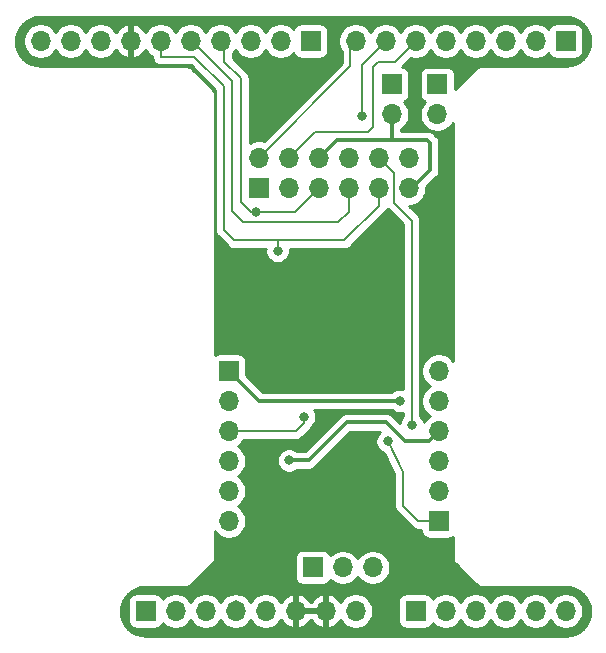
<source format=gbl>
G04 #@! TF.GenerationSoftware,KiCad,Pcbnew,5.1.5*
G04 #@! TF.CreationDate,2020-04-17T15:56:53+02:00*
G04 #@! TF.ProjectId,rpi_mrf_radio_shield,7270695f-6d72-4665-9f72-6164696f5f73,rev?*
G04 #@! TF.SameCoordinates,Original*
G04 #@! TF.FileFunction,Copper,L2,Bot*
G04 #@! TF.FilePolarity,Positive*
%FSLAX46Y46*%
G04 Gerber Fmt 4.6, Leading zero omitted, Abs format (unit mm)*
G04 Created by KiCad (PCBNEW 5.1.5) date 2020-04-17 15:56:53*
%MOMM*%
%LPD*%
G04 APERTURE LIST*
%ADD10R,1.700000X1.700000*%
%ADD11O,1.700000X1.700000*%
%ADD12C,0.685800*%
%ADD13C,0.800000*%
%ADD14C,0.203200*%
%ADD15C,0.304800*%
%ADD16C,0.254000*%
G04 APERTURE END LIST*
D10*
X162001100Y-136113600D03*
D11*
X164541100Y-136113600D03*
X167081100Y-136113600D03*
X169621100Y-136113600D03*
X172161100Y-136113600D03*
X174701100Y-136113600D03*
D10*
X146176900Y-115793600D03*
D11*
X146176900Y-118333600D03*
X146176900Y-120873600D03*
X146176900Y-123413600D03*
X146176900Y-125953600D03*
X146176900Y-128493600D03*
X163956900Y-115793600D03*
X163956900Y-118333600D03*
X163956900Y-120873600D03*
X163956900Y-123413600D03*
X163956900Y-125953600D03*
D10*
X163956900Y-128493600D03*
D11*
X159969100Y-94076600D03*
D10*
X159969100Y-91536600D03*
X139141100Y-136113600D03*
D11*
X141681100Y-136113600D03*
X144221100Y-136113600D03*
X146761100Y-136113600D03*
X149301100Y-136113600D03*
X151841100Y-136113600D03*
X154381100Y-136113600D03*
X156921100Y-136113600D03*
D10*
X153111100Y-87853600D03*
D11*
X150571100Y-87853600D03*
X148031100Y-87853600D03*
X145491100Y-87853600D03*
X142951100Y-87853600D03*
X140411100Y-87853600D03*
X137871100Y-87853600D03*
X135331100Y-87853600D03*
X132791100Y-87853600D03*
X130251100Y-87853600D03*
D10*
X174701100Y-87853600D03*
D11*
X172161100Y-87853600D03*
X169621100Y-87853600D03*
X167081100Y-87853600D03*
X164541100Y-87853600D03*
X162001100Y-87853600D03*
X159461100Y-87853600D03*
X156921100Y-87853600D03*
D10*
X148729600Y-100299600D03*
D11*
X148729600Y-97759600D03*
X151269600Y-100299600D03*
X151269600Y-97759600D03*
X153809600Y-100299600D03*
X153809600Y-97759600D03*
X156349600Y-100299600D03*
X156349600Y-97759600D03*
X158889600Y-100299600D03*
X158889600Y-97759600D03*
X161429600Y-100299600D03*
X161429600Y-97759600D03*
X163829900Y-94076600D03*
D10*
X163829900Y-91536600D03*
X153285100Y-132430600D03*
D11*
X155825100Y-132430600D03*
X158365100Y-132430600D03*
D12*
X157603100Y-115666600D03*
X155317100Y-114904600D03*
X156841100Y-113126600D03*
X160905100Y-130398600D03*
X158619100Y-129382600D03*
X150745100Y-130906600D03*
X152523100Y-130144600D03*
X157095100Y-127604600D03*
X159889100Y-125064600D03*
X159889100Y-127604600D03*
X164207100Y-131160600D03*
X160181210Y-105760600D03*
X160524100Y-110967600D03*
X154605900Y-120238600D03*
X163829900Y-111983600D03*
X163829900Y-105379600D03*
X163829900Y-102204600D03*
X159384900Y-136240600D03*
X149932300Y-127503000D03*
X146430900Y-131287600D03*
X145922900Y-111602600D03*
X145922900Y-108427600D03*
X154685900Y-112745600D03*
X156590900Y-106903600D03*
X153415900Y-106014600D03*
X160625700Y-113710800D03*
X152526900Y-107665600D03*
X145922900Y-106141600D03*
X155905100Y-110967600D03*
D13*
X161670900Y-120365600D03*
X152526900Y-119673410D03*
X157429100Y-94203600D03*
X148475598Y-102331600D03*
X150317100Y-105633600D03*
X159635100Y-121762600D03*
X151278500Y-123362800D03*
X160654894Y-118333600D03*
D14*
X158889600Y-97759600D02*
X160159600Y-99029600D01*
X160159600Y-99029600D02*
X160159600Y-101569600D01*
X160159600Y-101569600D02*
X161670900Y-103080900D01*
X161670900Y-119799915D02*
X161670900Y-120365600D01*
X161670900Y-103080900D02*
X161670900Y-119799915D01*
X151891900Y-120873600D02*
X152526900Y-120238600D01*
X152526900Y-120238600D02*
X152526900Y-119673410D01*
X146176900Y-120873600D02*
X151891900Y-120873600D01*
X157429100Y-93637915D02*
X157429100Y-94203600D01*
X157429100Y-89885600D02*
X157429100Y-93637915D01*
X159461100Y-87853600D02*
X157429100Y-89885600D01*
X156476600Y-90012600D02*
X156476600Y-88298100D01*
X148729600Y-97759600D02*
X156476600Y-90012600D01*
X156476600Y-88298100D02*
X156921100Y-87853600D01*
X145796000Y-88158500D02*
X145796000Y-89598500D01*
X148031100Y-102331600D02*
X148475598Y-102331600D01*
X145491100Y-87853600D02*
X145796000Y-88158500D01*
X145796000Y-89598500D02*
X147205600Y-91008100D01*
X147205600Y-101506100D02*
X148031100Y-102331600D01*
X147205600Y-91008100D02*
X147205600Y-101506100D01*
X153809600Y-100299600D02*
X151777600Y-102331600D01*
X149041283Y-102331600D02*
X148475598Y-102331600D01*
X151777600Y-102331600D02*
X149041283Y-102331600D01*
X155968600Y-104744600D02*
X158889600Y-101823600D01*
X150317100Y-104744600D02*
X155968600Y-104744600D01*
X158889600Y-101823600D02*
X158889600Y-100299600D01*
X146634100Y-104744600D02*
X145745100Y-103855600D01*
X145745100Y-91663600D02*
X143255900Y-89174400D01*
X150317100Y-104744600D02*
X146634100Y-104744600D01*
X145745100Y-103855600D02*
X145745100Y-91663600D01*
X143255900Y-89174400D02*
X140411100Y-89174400D01*
X140411100Y-89174400D02*
X140411100Y-87853600D01*
X150317100Y-105633600D02*
X150317100Y-104744600D01*
X140563500Y-87853600D02*
X140411100Y-87853600D01*
X162200500Y-128493600D02*
X163956900Y-128493600D01*
X160905100Y-127198200D02*
X162200500Y-128493600D01*
X160905100Y-124328000D02*
X160905100Y-127198200D01*
X159635100Y-121762600D02*
X160905100Y-124328000D01*
X155460600Y-103220600D02*
X156349600Y-102331600D01*
X147396100Y-103220600D02*
X155460600Y-103220600D01*
X146443600Y-102268100D02*
X147396100Y-103220600D01*
X146443600Y-91244500D02*
X146443600Y-102268100D01*
X142951100Y-87853600D02*
X143052700Y-87853600D01*
X143052700Y-87853600D02*
X146443600Y-91244500D01*
X156349600Y-102331600D02*
X156349600Y-100299600D01*
X143078100Y-87853600D02*
X142951100Y-87853600D01*
X158000600Y-95537100D02*
X153492100Y-95537100D01*
X158381600Y-95156100D02*
X158000600Y-95537100D01*
X158381600Y-90076100D02*
X158381600Y-95156100D01*
X158826100Y-89631600D02*
X158381600Y-90076100D01*
X162001100Y-87853600D02*
X160223100Y-89631600D01*
X160223100Y-89631600D02*
X158826100Y-89631600D01*
X153492100Y-95537100D02*
X151269600Y-97759600D01*
D15*
X163956900Y-120873600D02*
X163106901Y-121723599D01*
X163106901Y-121723599D02*
X161096793Y-121723599D01*
X161096793Y-121723599D02*
X159521793Y-120148599D01*
X159521793Y-120148599D02*
X156150586Y-120148599D01*
X151844185Y-123362800D02*
X151278500Y-123362800D01*
X156150586Y-120148599D02*
X152936385Y-123362800D01*
X152936385Y-123362800D02*
X151844185Y-123362800D01*
X146761100Y-136113600D02*
X146761100Y-135373200D01*
X159969100Y-96235600D02*
X159969100Y-94076600D01*
X148716900Y-118333600D02*
X160019900Y-118333600D01*
X160019900Y-118333600D02*
X160654894Y-118333600D01*
X146176900Y-115793600D02*
X148716900Y-118333600D01*
X155333600Y-96235600D02*
X159969100Y-96235600D01*
X159969100Y-96235600D02*
X162953600Y-96235600D01*
X153809600Y-97759600D02*
X155333600Y-96235600D01*
X162953600Y-96235600D02*
X163207600Y-96489600D01*
X163207600Y-96489600D02*
X163207600Y-98775600D01*
X163207600Y-98775600D02*
X161683600Y-100299600D01*
X161683600Y-100299600D02*
X161429600Y-100299600D01*
D16*
G36*
X159995120Y-119137537D02*
G01*
X160164638Y-119250805D01*
X160352996Y-119328826D01*
X160552955Y-119368600D01*
X160756833Y-119368600D01*
X160934301Y-119333300D01*
X160934301Y-119638488D01*
X160866963Y-119705826D01*
X160753695Y-119875344D01*
X160675674Y-120063702D01*
X160654898Y-120168153D01*
X160105920Y-119619176D01*
X160081262Y-119589130D01*
X159961365Y-119490733D01*
X159824576Y-119417617D01*
X159676150Y-119372593D01*
X159560466Y-119361199D01*
X159560456Y-119361199D01*
X159521793Y-119357391D01*
X159483130Y-119361199D01*
X156189251Y-119361199D01*
X156150586Y-119357391D01*
X156111921Y-119361199D01*
X156111913Y-119361199D01*
X155996229Y-119372593D01*
X155847803Y-119417617D01*
X155711014Y-119490733D01*
X155621156Y-119564477D01*
X155621153Y-119564480D01*
X155591117Y-119589130D01*
X155566467Y-119619166D01*
X152610235Y-122575400D01*
X151954811Y-122575400D01*
X151938274Y-122558863D01*
X151768756Y-122445595D01*
X151580398Y-122367574D01*
X151380439Y-122327800D01*
X151176561Y-122327800D01*
X150976602Y-122367574D01*
X150788244Y-122445595D01*
X150618726Y-122558863D01*
X150474563Y-122703026D01*
X150361295Y-122872544D01*
X150283274Y-123060902D01*
X150243500Y-123260861D01*
X150243500Y-123464739D01*
X150283274Y-123664698D01*
X150361295Y-123853056D01*
X150474563Y-124022574D01*
X150618726Y-124166737D01*
X150788244Y-124280005D01*
X150976602Y-124358026D01*
X151176561Y-124397800D01*
X151380439Y-124397800D01*
X151580398Y-124358026D01*
X151768756Y-124280005D01*
X151938274Y-124166737D01*
X151954811Y-124150200D01*
X152897722Y-124150200D01*
X152936385Y-124154008D01*
X152975048Y-124150200D01*
X152975058Y-124150200D01*
X153090742Y-124138806D01*
X153239168Y-124093782D01*
X153375957Y-124020666D01*
X153495854Y-123922269D01*
X153520513Y-123892222D01*
X156476738Y-120935999D01*
X159009245Y-120935999D01*
X158975326Y-120958663D01*
X158831163Y-121102826D01*
X158717895Y-121272344D01*
X158639874Y-121460702D01*
X158600100Y-121660661D01*
X158600100Y-121864539D01*
X158639874Y-122064498D01*
X158717895Y-122252856D01*
X158831163Y-122422374D01*
X158975326Y-122566537D01*
X159144844Y-122679805D01*
X159298816Y-122743583D01*
X160168500Y-124500345D01*
X160168501Y-127162007D01*
X160164936Y-127198200D01*
X160179159Y-127342598D01*
X160221278Y-127481447D01*
X160289676Y-127609412D01*
X160317734Y-127643600D01*
X160381726Y-127721575D01*
X160409832Y-127744641D01*
X161654059Y-128988869D01*
X161677125Y-129016975D01*
X161789287Y-129109024D01*
X161917251Y-129177422D01*
X162056101Y-129219542D01*
X162164314Y-129230200D01*
X162164323Y-129230200D01*
X162200499Y-129233763D01*
X162236675Y-129230200D01*
X162468828Y-129230200D01*
X162468828Y-129343600D01*
X162481088Y-129468082D01*
X162517398Y-129587780D01*
X162576363Y-129698094D01*
X162655715Y-129794785D01*
X162752406Y-129874137D01*
X162862720Y-129933102D01*
X162982418Y-129969412D01*
X163106900Y-129981672D01*
X164806900Y-129981672D01*
X164931382Y-129969412D01*
X165051080Y-129933102D01*
X165152001Y-129879158D01*
X165152001Y-130584623D01*
X165152000Y-131600625D01*
X165148565Y-131635500D01*
X165152000Y-131670375D01*
X165152000Y-131670376D01*
X165162273Y-131774683D01*
X165202872Y-131908519D01*
X165268800Y-132031862D01*
X165357525Y-132139974D01*
X165384617Y-132162208D01*
X167049792Y-133827384D01*
X167072025Y-133854475D01*
X167180137Y-133943200D01*
X167303480Y-134009128D01*
X167437316Y-134049727D01*
X167541623Y-134060000D01*
X167541624Y-134060000D01*
X167576499Y-134063435D01*
X167611374Y-134060000D01*
X174653781Y-134060000D01*
X175092621Y-134103028D01*
X175481354Y-134220394D01*
X175839880Y-134411025D01*
X176154559Y-134667671D01*
X176413391Y-134980545D01*
X176606524Y-135337736D01*
X176726600Y-135725640D01*
X176769044Y-136129476D01*
X176732242Y-136533864D01*
X176617595Y-136923405D01*
X176429467Y-137283259D01*
X176175028Y-137599716D01*
X175863970Y-137860725D01*
X175508135Y-138056348D01*
X175121077Y-138179129D01*
X174685390Y-138228000D01*
X139163229Y-138228000D01*
X138724378Y-138184971D01*
X138335648Y-138067607D01*
X137977117Y-137876972D01*
X137662440Y-137620328D01*
X137403607Y-137307452D01*
X137210476Y-136950264D01*
X137090400Y-136562359D01*
X137047955Y-136158528D01*
X137084758Y-135754135D01*
X137199405Y-135364595D01*
X137252204Y-135263600D01*
X137653028Y-135263600D01*
X137653028Y-136963600D01*
X137665288Y-137088082D01*
X137701598Y-137207780D01*
X137760563Y-137318094D01*
X137839915Y-137414785D01*
X137936606Y-137494137D01*
X138046920Y-137553102D01*
X138166618Y-137589412D01*
X138291100Y-137601672D01*
X139991100Y-137601672D01*
X140115582Y-137589412D01*
X140235280Y-137553102D01*
X140345594Y-137494137D01*
X140442285Y-137414785D01*
X140521637Y-137318094D01*
X140580602Y-137207780D01*
X140602613Y-137135220D01*
X140734468Y-137267075D01*
X140977689Y-137429590D01*
X141247942Y-137541532D01*
X141534840Y-137598600D01*
X141827360Y-137598600D01*
X142114258Y-137541532D01*
X142384511Y-137429590D01*
X142627732Y-137267075D01*
X142834575Y-137060232D01*
X142951100Y-136885840D01*
X143067625Y-137060232D01*
X143274468Y-137267075D01*
X143517689Y-137429590D01*
X143787942Y-137541532D01*
X144074840Y-137598600D01*
X144367360Y-137598600D01*
X144654258Y-137541532D01*
X144924511Y-137429590D01*
X145167732Y-137267075D01*
X145374575Y-137060232D01*
X145491100Y-136885840D01*
X145607625Y-137060232D01*
X145814468Y-137267075D01*
X146057689Y-137429590D01*
X146327942Y-137541532D01*
X146614840Y-137598600D01*
X146907360Y-137598600D01*
X147194258Y-137541532D01*
X147464511Y-137429590D01*
X147707732Y-137267075D01*
X147914575Y-137060232D01*
X148031100Y-136885840D01*
X148147625Y-137060232D01*
X148354468Y-137267075D01*
X148597689Y-137429590D01*
X148867942Y-137541532D01*
X149154840Y-137598600D01*
X149447360Y-137598600D01*
X149734258Y-137541532D01*
X150004511Y-137429590D01*
X150247732Y-137267075D01*
X150454575Y-137060232D01*
X150576295Y-136878066D01*
X150645922Y-136994955D01*
X150840831Y-137211188D01*
X151074180Y-137385241D01*
X151337001Y-137510425D01*
X151484210Y-137555076D01*
X151714100Y-137433755D01*
X151714100Y-136240600D01*
X151968100Y-136240600D01*
X151968100Y-137433755D01*
X152197990Y-137555076D01*
X152345199Y-137510425D01*
X152608020Y-137385241D01*
X152841369Y-137211188D01*
X153036278Y-136994955D01*
X153111100Y-136869345D01*
X153185922Y-136994955D01*
X153380831Y-137211188D01*
X153614180Y-137385241D01*
X153877001Y-137510425D01*
X154024210Y-137555076D01*
X154254100Y-137433755D01*
X154254100Y-136240600D01*
X151968100Y-136240600D01*
X151714100Y-136240600D01*
X151694100Y-136240600D01*
X151694100Y-135986600D01*
X151714100Y-135986600D01*
X151714100Y-134793445D01*
X151968100Y-134793445D01*
X151968100Y-135986600D01*
X154254100Y-135986600D01*
X154254100Y-134793445D01*
X154508100Y-134793445D01*
X154508100Y-135986600D01*
X154528100Y-135986600D01*
X154528100Y-136240600D01*
X154508100Y-136240600D01*
X154508100Y-137433755D01*
X154737990Y-137555076D01*
X154885199Y-137510425D01*
X155148020Y-137385241D01*
X155381369Y-137211188D01*
X155576278Y-136994955D01*
X155645905Y-136878066D01*
X155767625Y-137060232D01*
X155974468Y-137267075D01*
X156217689Y-137429590D01*
X156487942Y-137541532D01*
X156774840Y-137598600D01*
X157067360Y-137598600D01*
X157354258Y-137541532D01*
X157624511Y-137429590D01*
X157867732Y-137267075D01*
X158074575Y-137060232D01*
X158237090Y-136817011D01*
X158349032Y-136546758D01*
X158406100Y-136259860D01*
X158406100Y-135967340D01*
X158349032Y-135680442D01*
X158237090Y-135410189D01*
X158139143Y-135263600D01*
X160513028Y-135263600D01*
X160513028Y-136963600D01*
X160525288Y-137088082D01*
X160561598Y-137207780D01*
X160620563Y-137318094D01*
X160699915Y-137414785D01*
X160796606Y-137494137D01*
X160906920Y-137553102D01*
X161026618Y-137589412D01*
X161151100Y-137601672D01*
X162851100Y-137601672D01*
X162975582Y-137589412D01*
X163095280Y-137553102D01*
X163205594Y-137494137D01*
X163302285Y-137414785D01*
X163381637Y-137318094D01*
X163440602Y-137207780D01*
X163462613Y-137135220D01*
X163594468Y-137267075D01*
X163837689Y-137429590D01*
X164107942Y-137541532D01*
X164394840Y-137598600D01*
X164687360Y-137598600D01*
X164974258Y-137541532D01*
X165244511Y-137429590D01*
X165487732Y-137267075D01*
X165694575Y-137060232D01*
X165811100Y-136885840D01*
X165927625Y-137060232D01*
X166134468Y-137267075D01*
X166377689Y-137429590D01*
X166647942Y-137541532D01*
X166934840Y-137598600D01*
X167227360Y-137598600D01*
X167514258Y-137541532D01*
X167784511Y-137429590D01*
X168027732Y-137267075D01*
X168234575Y-137060232D01*
X168351100Y-136885840D01*
X168467625Y-137060232D01*
X168674468Y-137267075D01*
X168917689Y-137429590D01*
X169187942Y-137541532D01*
X169474840Y-137598600D01*
X169767360Y-137598600D01*
X170054258Y-137541532D01*
X170324511Y-137429590D01*
X170567732Y-137267075D01*
X170774575Y-137060232D01*
X170891100Y-136885840D01*
X171007625Y-137060232D01*
X171214468Y-137267075D01*
X171457689Y-137429590D01*
X171727942Y-137541532D01*
X172014840Y-137598600D01*
X172307360Y-137598600D01*
X172594258Y-137541532D01*
X172864511Y-137429590D01*
X173107732Y-137267075D01*
X173314575Y-137060232D01*
X173431100Y-136885840D01*
X173547625Y-137060232D01*
X173754468Y-137267075D01*
X173997689Y-137429590D01*
X174267942Y-137541532D01*
X174554840Y-137598600D01*
X174847360Y-137598600D01*
X175134258Y-137541532D01*
X175404511Y-137429590D01*
X175647732Y-137267075D01*
X175854575Y-137060232D01*
X176017090Y-136817011D01*
X176129032Y-136546758D01*
X176186100Y-136259860D01*
X176186100Y-135967340D01*
X176129032Y-135680442D01*
X176017090Y-135410189D01*
X175854575Y-135166968D01*
X175647732Y-134960125D01*
X175404511Y-134797610D01*
X175134258Y-134685668D01*
X174847360Y-134628600D01*
X174554840Y-134628600D01*
X174267942Y-134685668D01*
X173997689Y-134797610D01*
X173754468Y-134960125D01*
X173547625Y-135166968D01*
X173431100Y-135341360D01*
X173314575Y-135166968D01*
X173107732Y-134960125D01*
X172864511Y-134797610D01*
X172594258Y-134685668D01*
X172307360Y-134628600D01*
X172014840Y-134628600D01*
X171727942Y-134685668D01*
X171457689Y-134797610D01*
X171214468Y-134960125D01*
X171007625Y-135166968D01*
X170891100Y-135341360D01*
X170774575Y-135166968D01*
X170567732Y-134960125D01*
X170324511Y-134797610D01*
X170054258Y-134685668D01*
X169767360Y-134628600D01*
X169474840Y-134628600D01*
X169187942Y-134685668D01*
X168917689Y-134797610D01*
X168674468Y-134960125D01*
X168467625Y-135166968D01*
X168351100Y-135341360D01*
X168234575Y-135166968D01*
X168027732Y-134960125D01*
X167784511Y-134797610D01*
X167514258Y-134685668D01*
X167227360Y-134628600D01*
X166934840Y-134628600D01*
X166647942Y-134685668D01*
X166377689Y-134797610D01*
X166134468Y-134960125D01*
X165927625Y-135166968D01*
X165811100Y-135341360D01*
X165694575Y-135166968D01*
X165487732Y-134960125D01*
X165244511Y-134797610D01*
X164974258Y-134685668D01*
X164687360Y-134628600D01*
X164394840Y-134628600D01*
X164107942Y-134685668D01*
X163837689Y-134797610D01*
X163594468Y-134960125D01*
X163462613Y-135091980D01*
X163440602Y-135019420D01*
X163381637Y-134909106D01*
X163302285Y-134812415D01*
X163205594Y-134733063D01*
X163095280Y-134674098D01*
X162975582Y-134637788D01*
X162851100Y-134625528D01*
X161151100Y-134625528D01*
X161026618Y-134637788D01*
X160906920Y-134674098D01*
X160796606Y-134733063D01*
X160699915Y-134812415D01*
X160620563Y-134909106D01*
X160561598Y-135019420D01*
X160525288Y-135139118D01*
X160513028Y-135263600D01*
X158139143Y-135263600D01*
X158074575Y-135166968D01*
X157867732Y-134960125D01*
X157624511Y-134797610D01*
X157354258Y-134685668D01*
X157067360Y-134628600D01*
X156774840Y-134628600D01*
X156487942Y-134685668D01*
X156217689Y-134797610D01*
X155974468Y-134960125D01*
X155767625Y-135166968D01*
X155645905Y-135349134D01*
X155576278Y-135232245D01*
X155381369Y-135016012D01*
X155148020Y-134841959D01*
X154885199Y-134716775D01*
X154737990Y-134672124D01*
X154508100Y-134793445D01*
X154254100Y-134793445D01*
X154024210Y-134672124D01*
X153877001Y-134716775D01*
X153614180Y-134841959D01*
X153380831Y-135016012D01*
X153185922Y-135232245D01*
X153111100Y-135357855D01*
X153036278Y-135232245D01*
X152841369Y-135016012D01*
X152608020Y-134841959D01*
X152345199Y-134716775D01*
X152197990Y-134672124D01*
X151968100Y-134793445D01*
X151714100Y-134793445D01*
X151484210Y-134672124D01*
X151337001Y-134716775D01*
X151074180Y-134841959D01*
X150840831Y-135016012D01*
X150645922Y-135232245D01*
X150576295Y-135349134D01*
X150454575Y-135166968D01*
X150247732Y-134960125D01*
X150004511Y-134797610D01*
X149734258Y-134685668D01*
X149447360Y-134628600D01*
X149154840Y-134628600D01*
X148867942Y-134685668D01*
X148597689Y-134797610D01*
X148354468Y-134960125D01*
X148147625Y-135166968D01*
X148031100Y-135341360D01*
X147914575Y-135166968D01*
X147707732Y-134960125D01*
X147464511Y-134797610D01*
X147194258Y-134685668D01*
X147116077Y-134670117D01*
X147063883Y-134642218D01*
X146915457Y-134597194D01*
X146761100Y-134581991D01*
X146606744Y-134597194D01*
X146458318Y-134642218D01*
X146406124Y-134670116D01*
X146327942Y-134685668D01*
X146057689Y-134797610D01*
X145814468Y-134960125D01*
X145607625Y-135166968D01*
X145491100Y-135341360D01*
X145374575Y-135166968D01*
X145167732Y-134960125D01*
X144924511Y-134797610D01*
X144654258Y-134685668D01*
X144367360Y-134628600D01*
X144074840Y-134628600D01*
X143787942Y-134685668D01*
X143517689Y-134797610D01*
X143274468Y-134960125D01*
X143067625Y-135166968D01*
X142951100Y-135341360D01*
X142834575Y-135166968D01*
X142627732Y-134960125D01*
X142384511Y-134797610D01*
X142114258Y-134685668D01*
X141827360Y-134628600D01*
X141534840Y-134628600D01*
X141247942Y-134685668D01*
X140977689Y-134797610D01*
X140734468Y-134960125D01*
X140602613Y-135091980D01*
X140580602Y-135019420D01*
X140521637Y-134909106D01*
X140442285Y-134812415D01*
X140345594Y-134733063D01*
X140235280Y-134674098D01*
X140115582Y-134637788D01*
X139991100Y-134625528D01*
X138291100Y-134625528D01*
X138166618Y-134637788D01*
X138046920Y-134674098D01*
X137936606Y-134733063D01*
X137839915Y-134812415D01*
X137760563Y-134909106D01*
X137701598Y-135019420D01*
X137665288Y-135139118D01*
X137653028Y-135263600D01*
X137252204Y-135263600D01*
X137387532Y-135004744D01*
X137641974Y-134688281D01*
X137953032Y-134427273D01*
X138308865Y-134231652D01*
X138695919Y-134108871D01*
X139131609Y-134060000D01*
X142522625Y-134060000D01*
X142557500Y-134063435D01*
X142592375Y-134060000D01*
X142592377Y-134060000D01*
X142696684Y-134049727D01*
X142830520Y-134009128D01*
X142953863Y-133943200D01*
X143061975Y-133854475D01*
X143084212Y-133827379D01*
X144749389Y-132162203D01*
X144776474Y-132139975D01*
X144798704Y-132112888D01*
X144798707Y-132112885D01*
X144865199Y-132031864D01*
X144865201Y-132031862D01*
X144931128Y-131908520D01*
X144971727Y-131774684D01*
X144982000Y-131670377D01*
X144982000Y-131670376D01*
X144985435Y-131635501D01*
X144982000Y-131600626D01*
X144982000Y-131580600D01*
X151797028Y-131580600D01*
X151797028Y-133280600D01*
X151809288Y-133405082D01*
X151845598Y-133524780D01*
X151904563Y-133635094D01*
X151983915Y-133731785D01*
X152080606Y-133811137D01*
X152190920Y-133870102D01*
X152310618Y-133906412D01*
X152435100Y-133918672D01*
X154135100Y-133918672D01*
X154259582Y-133906412D01*
X154379280Y-133870102D01*
X154489594Y-133811137D01*
X154586285Y-133731785D01*
X154665637Y-133635094D01*
X154724602Y-133524780D01*
X154746613Y-133452220D01*
X154878468Y-133584075D01*
X155121689Y-133746590D01*
X155391942Y-133858532D01*
X155678840Y-133915600D01*
X155971360Y-133915600D01*
X156258258Y-133858532D01*
X156528511Y-133746590D01*
X156771732Y-133584075D01*
X156978575Y-133377232D01*
X157095100Y-133202840D01*
X157211625Y-133377232D01*
X157418468Y-133584075D01*
X157661689Y-133746590D01*
X157931942Y-133858532D01*
X158218840Y-133915600D01*
X158511360Y-133915600D01*
X158798258Y-133858532D01*
X159068511Y-133746590D01*
X159311732Y-133584075D01*
X159518575Y-133377232D01*
X159681090Y-133134011D01*
X159793032Y-132863758D01*
X159850100Y-132576860D01*
X159850100Y-132284340D01*
X159793032Y-131997442D01*
X159681090Y-131727189D01*
X159518575Y-131483968D01*
X159311732Y-131277125D01*
X159068511Y-131114610D01*
X158798258Y-131002668D01*
X158511360Y-130945600D01*
X158218840Y-130945600D01*
X157931942Y-131002668D01*
X157661689Y-131114610D01*
X157418468Y-131277125D01*
X157211625Y-131483968D01*
X157095100Y-131658360D01*
X156978575Y-131483968D01*
X156771732Y-131277125D01*
X156528511Y-131114610D01*
X156258258Y-131002668D01*
X155971360Y-130945600D01*
X155678840Y-130945600D01*
X155391942Y-131002668D01*
X155121689Y-131114610D01*
X154878468Y-131277125D01*
X154746613Y-131408980D01*
X154724602Y-131336420D01*
X154665637Y-131226106D01*
X154586285Y-131129415D01*
X154489594Y-131050063D01*
X154379280Y-130991098D01*
X154259582Y-130954788D01*
X154135100Y-130942528D01*
X152435100Y-130942528D01*
X152310618Y-130954788D01*
X152190920Y-130991098D01*
X152080606Y-131050063D01*
X151983915Y-131129415D01*
X151904563Y-131226106D01*
X151845598Y-131336420D01*
X151809288Y-131456118D01*
X151797028Y-131580600D01*
X144982000Y-131580600D01*
X144982000Y-129378235D01*
X145023425Y-129440232D01*
X145230268Y-129647075D01*
X145473489Y-129809590D01*
X145743742Y-129921532D01*
X146030640Y-129978600D01*
X146323160Y-129978600D01*
X146610058Y-129921532D01*
X146880311Y-129809590D01*
X147123532Y-129647075D01*
X147330375Y-129440232D01*
X147492890Y-129197011D01*
X147604832Y-128926758D01*
X147661900Y-128639860D01*
X147661900Y-128347340D01*
X147604832Y-128060442D01*
X147492890Y-127790189D01*
X147330375Y-127546968D01*
X147123532Y-127340125D01*
X146949140Y-127223600D01*
X147123532Y-127107075D01*
X147330375Y-126900232D01*
X147492890Y-126657011D01*
X147604832Y-126386758D01*
X147661900Y-126099860D01*
X147661900Y-125807340D01*
X147604832Y-125520442D01*
X147492890Y-125250189D01*
X147330375Y-125006968D01*
X147123532Y-124800125D01*
X146949140Y-124683600D01*
X147123532Y-124567075D01*
X147330375Y-124360232D01*
X147492890Y-124117011D01*
X147604832Y-123846758D01*
X147661900Y-123559860D01*
X147661900Y-123267340D01*
X147604832Y-122980442D01*
X147492890Y-122710189D01*
X147330375Y-122466968D01*
X147123532Y-122260125D01*
X146949140Y-122143600D01*
X147123532Y-122027075D01*
X147330375Y-121820232D01*
X147470714Y-121610200D01*
X151855717Y-121610200D01*
X151891900Y-121613764D01*
X151928083Y-121610200D01*
X151928086Y-121610200D01*
X152036299Y-121599542D01*
X152175149Y-121557422D01*
X152303113Y-121489024D01*
X152415275Y-121396975D01*
X152438345Y-121368864D01*
X153022173Y-120785037D01*
X153050274Y-120761975D01*
X153073337Y-120733873D01*
X153073342Y-120733868D01*
X153142324Y-120649813D01*
X153175272Y-120588171D01*
X153210722Y-120521849D01*
X153240571Y-120423450D01*
X153330837Y-120333184D01*
X153444105Y-120163666D01*
X153522126Y-119975308D01*
X153561900Y-119775349D01*
X153561900Y-119571471D01*
X153522126Y-119371512D01*
X153444105Y-119183154D01*
X153402575Y-119121000D01*
X159978583Y-119121000D01*
X159995120Y-119137537D01*
G37*
X159995120Y-119137537D02*
X160164638Y-119250805D01*
X160352996Y-119328826D01*
X160552955Y-119368600D01*
X160756833Y-119368600D01*
X160934301Y-119333300D01*
X160934301Y-119638488D01*
X160866963Y-119705826D01*
X160753695Y-119875344D01*
X160675674Y-120063702D01*
X160654898Y-120168153D01*
X160105920Y-119619176D01*
X160081262Y-119589130D01*
X159961365Y-119490733D01*
X159824576Y-119417617D01*
X159676150Y-119372593D01*
X159560466Y-119361199D01*
X159560456Y-119361199D01*
X159521793Y-119357391D01*
X159483130Y-119361199D01*
X156189251Y-119361199D01*
X156150586Y-119357391D01*
X156111921Y-119361199D01*
X156111913Y-119361199D01*
X155996229Y-119372593D01*
X155847803Y-119417617D01*
X155711014Y-119490733D01*
X155621156Y-119564477D01*
X155621153Y-119564480D01*
X155591117Y-119589130D01*
X155566467Y-119619166D01*
X152610235Y-122575400D01*
X151954811Y-122575400D01*
X151938274Y-122558863D01*
X151768756Y-122445595D01*
X151580398Y-122367574D01*
X151380439Y-122327800D01*
X151176561Y-122327800D01*
X150976602Y-122367574D01*
X150788244Y-122445595D01*
X150618726Y-122558863D01*
X150474563Y-122703026D01*
X150361295Y-122872544D01*
X150283274Y-123060902D01*
X150243500Y-123260861D01*
X150243500Y-123464739D01*
X150283274Y-123664698D01*
X150361295Y-123853056D01*
X150474563Y-124022574D01*
X150618726Y-124166737D01*
X150788244Y-124280005D01*
X150976602Y-124358026D01*
X151176561Y-124397800D01*
X151380439Y-124397800D01*
X151580398Y-124358026D01*
X151768756Y-124280005D01*
X151938274Y-124166737D01*
X151954811Y-124150200D01*
X152897722Y-124150200D01*
X152936385Y-124154008D01*
X152975048Y-124150200D01*
X152975058Y-124150200D01*
X153090742Y-124138806D01*
X153239168Y-124093782D01*
X153375957Y-124020666D01*
X153495854Y-123922269D01*
X153520513Y-123892222D01*
X156476738Y-120935999D01*
X159009245Y-120935999D01*
X158975326Y-120958663D01*
X158831163Y-121102826D01*
X158717895Y-121272344D01*
X158639874Y-121460702D01*
X158600100Y-121660661D01*
X158600100Y-121864539D01*
X158639874Y-122064498D01*
X158717895Y-122252856D01*
X158831163Y-122422374D01*
X158975326Y-122566537D01*
X159144844Y-122679805D01*
X159298816Y-122743583D01*
X160168500Y-124500345D01*
X160168501Y-127162007D01*
X160164936Y-127198200D01*
X160179159Y-127342598D01*
X160221278Y-127481447D01*
X160289676Y-127609412D01*
X160317734Y-127643600D01*
X160381726Y-127721575D01*
X160409832Y-127744641D01*
X161654059Y-128988869D01*
X161677125Y-129016975D01*
X161789287Y-129109024D01*
X161917251Y-129177422D01*
X162056101Y-129219542D01*
X162164314Y-129230200D01*
X162164323Y-129230200D01*
X162200499Y-129233763D01*
X162236675Y-129230200D01*
X162468828Y-129230200D01*
X162468828Y-129343600D01*
X162481088Y-129468082D01*
X162517398Y-129587780D01*
X162576363Y-129698094D01*
X162655715Y-129794785D01*
X162752406Y-129874137D01*
X162862720Y-129933102D01*
X162982418Y-129969412D01*
X163106900Y-129981672D01*
X164806900Y-129981672D01*
X164931382Y-129969412D01*
X165051080Y-129933102D01*
X165152001Y-129879158D01*
X165152001Y-130584623D01*
X165152000Y-131600625D01*
X165148565Y-131635500D01*
X165152000Y-131670375D01*
X165152000Y-131670376D01*
X165162273Y-131774683D01*
X165202872Y-131908519D01*
X165268800Y-132031862D01*
X165357525Y-132139974D01*
X165384617Y-132162208D01*
X167049792Y-133827384D01*
X167072025Y-133854475D01*
X167180137Y-133943200D01*
X167303480Y-134009128D01*
X167437316Y-134049727D01*
X167541623Y-134060000D01*
X167541624Y-134060000D01*
X167576499Y-134063435D01*
X167611374Y-134060000D01*
X174653781Y-134060000D01*
X175092621Y-134103028D01*
X175481354Y-134220394D01*
X175839880Y-134411025D01*
X176154559Y-134667671D01*
X176413391Y-134980545D01*
X176606524Y-135337736D01*
X176726600Y-135725640D01*
X176769044Y-136129476D01*
X176732242Y-136533864D01*
X176617595Y-136923405D01*
X176429467Y-137283259D01*
X176175028Y-137599716D01*
X175863970Y-137860725D01*
X175508135Y-138056348D01*
X175121077Y-138179129D01*
X174685390Y-138228000D01*
X139163229Y-138228000D01*
X138724378Y-138184971D01*
X138335648Y-138067607D01*
X137977117Y-137876972D01*
X137662440Y-137620328D01*
X137403607Y-137307452D01*
X137210476Y-136950264D01*
X137090400Y-136562359D01*
X137047955Y-136158528D01*
X137084758Y-135754135D01*
X137199405Y-135364595D01*
X137252204Y-135263600D01*
X137653028Y-135263600D01*
X137653028Y-136963600D01*
X137665288Y-137088082D01*
X137701598Y-137207780D01*
X137760563Y-137318094D01*
X137839915Y-137414785D01*
X137936606Y-137494137D01*
X138046920Y-137553102D01*
X138166618Y-137589412D01*
X138291100Y-137601672D01*
X139991100Y-137601672D01*
X140115582Y-137589412D01*
X140235280Y-137553102D01*
X140345594Y-137494137D01*
X140442285Y-137414785D01*
X140521637Y-137318094D01*
X140580602Y-137207780D01*
X140602613Y-137135220D01*
X140734468Y-137267075D01*
X140977689Y-137429590D01*
X141247942Y-137541532D01*
X141534840Y-137598600D01*
X141827360Y-137598600D01*
X142114258Y-137541532D01*
X142384511Y-137429590D01*
X142627732Y-137267075D01*
X142834575Y-137060232D01*
X142951100Y-136885840D01*
X143067625Y-137060232D01*
X143274468Y-137267075D01*
X143517689Y-137429590D01*
X143787942Y-137541532D01*
X144074840Y-137598600D01*
X144367360Y-137598600D01*
X144654258Y-137541532D01*
X144924511Y-137429590D01*
X145167732Y-137267075D01*
X145374575Y-137060232D01*
X145491100Y-136885840D01*
X145607625Y-137060232D01*
X145814468Y-137267075D01*
X146057689Y-137429590D01*
X146327942Y-137541532D01*
X146614840Y-137598600D01*
X146907360Y-137598600D01*
X147194258Y-137541532D01*
X147464511Y-137429590D01*
X147707732Y-137267075D01*
X147914575Y-137060232D01*
X148031100Y-136885840D01*
X148147625Y-137060232D01*
X148354468Y-137267075D01*
X148597689Y-137429590D01*
X148867942Y-137541532D01*
X149154840Y-137598600D01*
X149447360Y-137598600D01*
X149734258Y-137541532D01*
X150004511Y-137429590D01*
X150247732Y-137267075D01*
X150454575Y-137060232D01*
X150576295Y-136878066D01*
X150645922Y-136994955D01*
X150840831Y-137211188D01*
X151074180Y-137385241D01*
X151337001Y-137510425D01*
X151484210Y-137555076D01*
X151714100Y-137433755D01*
X151714100Y-136240600D01*
X151968100Y-136240600D01*
X151968100Y-137433755D01*
X152197990Y-137555076D01*
X152345199Y-137510425D01*
X152608020Y-137385241D01*
X152841369Y-137211188D01*
X153036278Y-136994955D01*
X153111100Y-136869345D01*
X153185922Y-136994955D01*
X153380831Y-137211188D01*
X153614180Y-137385241D01*
X153877001Y-137510425D01*
X154024210Y-137555076D01*
X154254100Y-137433755D01*
X154254100Y-136240600D01*
X151968100Y-136240600D01*
X151714100Y-136240600D01*
X151694100Y-136240600D01*
X151694100Y-135986600D01*
X151714100Y-135986600D01*
X151714100Y-134793445D01*
X151968100Y-134793445D01*
X151968100Y-135986600D01*
X154254100Y-135986600D01*
X154254100Y-134793445D01*
X154508100Y-134793445D01*
X154508100Y-135986600D01*
X154528100Y-135986600D01*
X154528100Y-136240600D01*
X154508100Y-136240600D01*
X154508100Y-137433755D01*
X154737990Y-137555076D01*
X154885199Y-137510425D01*
X155148020Y-137385241D01*
X155381369Y-137211188D01*
X155576278Y-136994955D01*
X155645905Y-136878066D01*
X155767625Y-137060232D01*
X155974468Y-137267075D01*
X156217689Y-137429590D01*
X156487942Y-137541532D01*
X156774840Y-137598600D01*
X157067360Y-137598600D01*
X157354258Y-137541532D01*
X157624511Y-137429590D01*
X157867732Y-137267075D01*
X158074575Y-137060232D01*
X158237090Y-136817011D01*
X158349032Y-136546758D01*
X158406100Y-136259860D01*
X158406100Y-135967340D01*
X158349032Y-135680442D01*
X158237090Y-135410189D01*
X158139143Y-135263600D01*
X160513028Y-135263600D01*
X160513028Y-136963600D01*
X160525288Y-137088082D01*
X160561598Y-137207780D01*
X160620563Y-137318094D01*
X160699915Y-137414785D01*
X160796606Y-137494137D01*
X160906920Y-137553102D01*
X161026618Y-137589412D01*
X161151100Y-137601672D01*
X162851100Y-137601672D01*
X162975582Y-137589412D01*
X163095280Y-137553102D01*
X163205594Y-137494137D01*
X163302285Y-137414785D01*
X163381637Y-137318094D01*
X163440602Y-137207780D01*
X163462613Y-137135220D01*
X163594468Y-137267075D01*
X163837689Y-137429590D01*
X164107942Y-137541532D01*
X164394840Y-137598600D01*
X164687360Y-137598600D01*
X164974258Y-137541532D01*
X165244511Y-137429590D01*
X165487732Y-137267075D01*
X165694575Y-137060232D01*
X165811100Y-136885840D01*
X165927625Y-137060232D01*
X166134468Y-137267075D01*
X166377689Y-137429590D01*
X166647942Y-137541532D01*
X166934840Y-137598600D01*
X167227360Y-137598600D01*
X167514258Y-137541532D01*
X167784511Y-137429590D01*
X168027732Y-137267075D01*
X168234575Y-137060232D01*
X168351100Y-136885840D01*
X168467625Y-137060232D01*
X168674468Y-137267075D01*
X168917689Y-137429590D01*
X169187942Y-137541532D01*
X169474840Y-137598600D01*
X169767360Y-137598600D01*
X170054258Y-137541532D01*
X170324511Y-137429590D01*
X170567732Y-137267075D01*
X170774575Y-137060232D01*
X170891100Y-136885840D01*
X171007625Y-137060232D01*
X171214468Y-137267075D01*
X171457689Y-137429590D01*
X171727942Y-137541532D01*
X172014840Y-137598600D01*
X172307360Y-137598600D01*
X172594258Y-137541532D01*
X172864511Y-137429590D01*
X173107732Y-137267075D01*
X173314575Y-137060232D01*
X173431100Y-136885840D01*
X173547625Y-137060232D01*
X173754468Y-137267075D01*
X173997689Y-137429590D01*
X174267942Y-137541532D01*
X174554840Y-137598600D01*
X174847360Y-137598600D01*
X175134258Y-137541532D01*
X175404511Y-137429590D01*
X175647732Y-137267075D01*
X175854575Y-137060232D01*
X176017090Y-136817011D01*
X176129032Y-136546758D01*
X176186100Y-136259860D01*
X176186100Y-135967340D01*
X176129032Y-135680442D01*
X176017090Y-135410189D01*
X175854575Y-135166968D01*
X175647732Y-134960125D01*
X175404511Y-134797610D01*
X175134258Y-134685668D01*
X174847360Y-134628600D01*
X174554840Y-134628600D01*
X174267942Y-134685668D01*
X173997689Y-134797610D01*
X173754468Y-134960125D01*
X173547625Y-135166968D01*
X173431100Y-135341360D01*
X173314575Y-135166968D01*
X173107732Y-134960125D01*
X172864511Y-134797610D01*
X172594258Y-134685668D01*
X172307360Y-134628600D01*
X172014840Y-134628600D01*
X171727942Y-134685668D01*
X171457689Y-134797610D01*
X171214468Y-134960125D01*
X171007625Y-135166968D01*
X170891100Y-135341360D01*
X170774575Y-135166968D01*
X170567732Y-134960125D01*
X170324511Y-134797610D01*
X170054258Y-134685668D01*
X169767360Y-134628600D01*
X169474840Y-134628600D01*
X169187942Y-134685668D01*
X168917689Y-134797610D01*
X168674468Y-134960125D01*
X168467625Y-135166968D01*
X168351100Y-135341360D01*
X168234575Y-135166968D01*
X168027732Y-134960125D01*
X167784511Y-134797610D01*
X167514258Y-134685668D01*
X167227360Y-134628600D01*
X166934840Y-134628600D01*
X166647942Y-134685668D01*
X166377689Y-134797610D01*
X166134468Y-134960125D01*
X165927625Y-135166968D01*
X165811100Y-135341360D01*
X165694575Y-135166968D01*
X165487732Y-134960125D01*
X165244511Y-134797610D01*
X164974258Y-134685668D01*
X164687360Y-134628600D01*
X164394840Y-134628600D01*
X164107942Y-134685668D01*
X163837689Y-134797610D01*
X163594468Y-134960125D01*
X163462613Y-135091980D01*
X163440602Y-135019420D01*
X163381637Y-134909106D01*
X163302285Y-134812415D01*
X163205594Y-134733063D01*
X163095280Y-134674098D01*
X162975582Y-134637788D01*
X162851100Y-134625528D01*
X161151100Y-134625528D01*
X161026618Y-134637788D01*
X160906920Y-134674098D01*
X160796606Y-134733063D01*
X160699915Y-134812415D01*
X160620563Y-134909106D01*
X160561598Y-135019420D01*
X160525288Y-135139118D01*
X160513028Y-135263600D01*
X158139143Y-135263600D01*
X158074575Y-135166968D01*
X157867732Y-134960125D01*
X157624511Y-134797610D01*
X157354258Y-134685668D01*
X157067360Y-134628600D01*
X156774840Y-134628600D01*
X156487942Y-134685668D01*
X156217689Y-134797610D01*
X155974468Y-134960125D01*
X155767625Y-135166968D01*
X155645905Y-135349134D01*
X155576278Y-135232245D01*
X155381369Y-135016012D01*
X155148020Y-134841959D01*
X154885199Y-134716775D01*
X154737990Y-134672124D01*
X154508100Y-134793445D01*
X154254100Y-134793445D01*
X154024210Y-134672124D01*
X153877001Y-134716775D01*
X153614180Y-134841959D01*
X153380831Y-135016012D01*
X153185922Y-135232245D01*
X153111100Y-135357855D01*
X153036278Y-135232245D01*
X152841369Y-135016012D01*
X152608020Y-134841959D01*
X152345199Y-134716775D01*
X152197990Y-134672124D01*
X151968100Y-134793445D01*
X151714100Y-134793445D01*
X151484210Y-134672124D01*
X151337001Y-134716775D01*
X151074180Y-134841959D01*
X150840831Y-135016012D01*
X150645922Y-135232245D01*
X150576295Y-135349134D01*
X150454575Y-135166968D01*
X150247732Y-134960125D01*
X150004511Y-134797610D01*
X149734258Y-134685668D01*
X149447360Y-134628600D01*
X149154840Y-134628600D01*
X148867942Y-134685668D01*
X148597689Y-134797610D01*
X148354468Y-134960125D01*
X148147625Y-135166968D01*
X148031100Y-135341360D01*
X147914575Y-135166968D01*
X147707732Y-134960125D01*
X147464511Y-134797610D01*
X147194258Y-134685668D01*
X147116077Y-134670117D01*
X147063883Y-134642218D01*
X146915457Y-134597194D01*
X146761100Y-134581991D01*
X146606744Y-134597194D01*
X146458318Y-134642218D01*
X146406124Y-134670116D01*
X146327942Y-134685668D01*
X146057689Y-134797610D01*
X145814468Y-134960125D01*
X145607625Y-135166968D01*
X145491100Y-135341360D01*
X145374575Y-135166968D01*
X145167732Y-134960125D01*
X144924511Y-134797610D01*
X144654258Y-134685668D01*
X144367360Y-134628600D01*
X144074840Y-134628600D01*
X143787942Y-134685668D01*
X143517689Y-134797610D01*
X143274468Y-134960125D01*
X143067625Y-135166968D01*
X142951100Y-135341360D01*
X142834575Y-135166968D01*
X142627732Y-134960125D01*
X142384511Y-134797610D01*
X142114258Y-134685668D01*
X141827360Y-134628600D01*
X141534840Y-134628600D01*
X141247942Y-134685668D01*
X140977689Y-134797610D01*
X140734468Y-134960125D01*
X140602613Y-135091980D01*
X140580602Y-135019420D01*
X140521637Y-134909106D01*
X140442285Y-134812415D01*
X140345594Y-134733063D01*
X140235280Y-134674098D01*
X140115582Y-134637788D01*
X139991100Y-134625528D01*
X138291100Y-134625528D01*
X138166618Y-134637788D01*
X138046920Y-134674098D01*
X137936606Y-134733063D01*
X137839915Y-134812415D01*
X137760563Y-134909106D01*
X137701598Y-135019420D01*
X137665288Y-135139118D01*
X137653028Y-135263600D01*
X137252204Y-135263600D01*
X137387532Y-135004744D01*
X137641974Y-134688281D01*
X137953032Y-134427273D01*
X138308865Y-134231652D01*
X138695919Y-134108871D01*
X139131609Y-134060000D01*
X142522625Y-134060000D01*
X142557500Y-134063435D01*
X142592375Y-134060000D01*
X142592377Y-134060000D01*
X142696684Y-134049727D01*
X142830520Y-134009128D01*
X142953863Y-133943200D01*
X143061975Y-133854475D01*
X143084212Y-133827379D01*
X144749389Y-132162203D01*
X144776474Y-132139975D01*
X144798704Y-132112888D01*
X144798707Y-132112885D01*
X144865199Y-132031864D01*
X144865201Y-132031862D01*
X144931128Y-131908520D01*
X144971727Y-131774684D01*
X144982000Y-131670377D01*
X144982000Y-131670376D01*
X144985435Y-131635501D01*
X144982000Y-131600626D01*
X144982000Y-131580600D01*
X151797028Y-131580600D01*
X151797028Y-133280600D01*
X151809288Y-133405082D01*
X151845598Y-133524780D01*
X151904563Y-133635094D01*
X151983915Y-133731785D01*
X152080606Y-133811137D01*
X152190920Y-133870102D01*
X152310618Y-133906412D01*
X152435100Y-133918672D01*
X154135100Y-133918672D01*
X154259582Y-133906412D01*
X154379280Y-133870102D01*
X154489594Y-133811137D01*
X154586285Y-133731785D01*
X154665637Y-133635094D01*
X154724602Y-133524780D01*
X154746613Y-133452220D01*
X154878468Y-133584075D01*
X155121689Y-133746590D01*
X155391942Y-133858532D01*
X155678840Y-133915600D01*
X155971360Y-133915600D01*
X156258258Y-133858532D01*
X156528511Y-133746590D01*
X156771732Y-133584075D01*
X156978575Y-133377232D01*
X157095100Y-133202840D01*
X157211625Y-133377232D01*
X157418468Y-133584075D01*
X157661689Y-133746590D01*
X157931942Y-133858532D01*
X158218840Y-133915600D01*
X158511360Y-133915600D01*
X158798258Y-133858532D01*
X159068511Y-133746590D01*
X159311732Y-133584075D01*
X159518575Y-133377232D01*
X159681090Y-133134011D01*
X159793032Y-132863758D01*
X159850100Y-132576860D01*
X159850100Y-132284340D01*
X159793032Y-131997442D01*
X159681090Y-131727189D01*
X159518575Y-131483968D01*
X159311732Y-131277125D01*
X159068511Y-131114610D01*
X158798258Y-131002668D01*
X158511360Y-130945600D01*
X158218840Y-130945600D01*
X157931942Y-131002668D01*
X157661689Y-131114610D01*
X157418468Y-131277125D01*
X157211625Y-131483968D01*
X157095100Y-131658360D01*
X156978575Y-131483968D01*
X156771732Y-131277125D01*
X156528511Y-131114610D01*
X156258258Y-131002668D01*
X155971360Y-130945600D01*
X155678840Y-130945600D01*
X155391942Y-131002668D01*
X155121689Y-131114610D01*
X154878468Y-131277125D01*
X154746613Y-131408980D01*
X154724602Y-131336420D01*
X154665637Y-131226106D01*
X154586285Y-131129415D01*
X154489594Y-131050063D01*
X154379280Y-130991098D01*
X154259582Y-130954788D01*
X154135100Y-130942528D01*
X152435100Y-130942528D01*
X152310618Y-130954788D01*
X152190920Y-130991098D01*
X152080606Y-131050063D01*
X151983915Y-131129415D01*
X151904563Y-131226106D01*
X151845598Y-131336420D01*
X151809288Y-131456118D01*
X151797028Y-131580600D01*
X144982000Y-131580600D01*
X144982000Y-129378235D01*
X145023425Y-129440232D01*
X145230268Y-129647075D01*
X145473489Y-129809590D01*
X145743742Y-129921532D01*
X146030640Y-129978600D01*
X146323160Y-129978600D01*
X146610058Y-129921532D01*
X146880311Y-129809590D01*
X147123532Y-129647075D01*
X147330375Y-129440232D01*
X147492890Y-129197011D01*
X147604832Y-128926758D01*
X147661900Y-128639860D01*
X147661900Y-128347340D01*
X147604832Y-128060442D01*
X147492890Y-127790189D01*
X147330375Y-127546968D01*
X147123532Y-127340125D01*
X146949140Y-127223600D01*
X147123532Y-127107075D01*
X147330375Y-126900232D01*
X147492890Y-126657011D01*
X147604832Y-126386758D01*
X147661900Y-126099860D01*
X147661900Y-125807340D01*
X147604832Y-125520442D01*
X147492890Y-125250189D01*
X147330375Y-125006968D01*
X147123532Y-124800125D01*
X146949140Y-124683600D01*
X147123532Y-124567075D01*
X147330375Y-124360232D01*
X147492890Y-124117011D01*
X147604832Y-123846758D01*
X147661900Y-123559860D01*
X147661900Y-123267340D01*
X147604832Y-122980442D01*
X147492890Y-122710189D01*
X147330375Y-122466968D01*
X147123532Y-122260125D01*
X146949140Y-122143600D01*
X147123532Y-122027075D01*
X147330375Y-121820232D01*
X147470714Y-121610200D01*
X151855717Y-121610200D01*
X151891900Y-121613764D01*
X151928083Y-121610200D01*
X151928086Y-121610200D01*
X152036299Y-121599542D01*
X152175149Y-121557422D01*
X152303113Y-121489024D01*
X152415275Y-121396975D01*
X152438345Y-121368864D01*
X153022173Y-120785037D01*
X153050274Y-120761975D01*
X153073337Y-120733873D01*
X153073342Y-120733868D01*
X153142324Y-120649813D01*
X153175272Y-120588171D01*
X153210722Y-120521849D01*
X153240571Y-120423450D01*
X153330837Y-120333184D01*
X153444105Y-120163666D01*
X153522126Y-119975308D01*
X153561900Y-119775349D01*
X153561900Y-119571471D01*
X153522126Y-119371512D01*
X153444105Y-119183154D01*
X153402575Y-119121000D01*
X159978583Y-119121000D01*
X159995120Y-119137537D01*
G36*
X175092621Y-85843028D02*
G01*
X175481354Y-85960394D01*
X175839880Y-86151025D01*
X176154559Y-86407671D01*
X176413391Y-86720545D01*
X176606524Y-87077736D01*
X176726600Y-87465640D01*
X176769044Y-87869476D01*
X176732242Y-88273864D01*
X176617595Y-88663405D01*
X176429467Y-89023259D01*
X176175028Y-89339716D01*
X175863970Y-89600725D01*
X175508135Y-89796348D01*
X175121077Y-89919129D01*
X174685390Y-89968000D01*
X167611374Y-89968000D01*
X167576499Y-89964565D01*
X167541624Y-89968000D01*
X167541623Y-89968000D01*
X167437316Y-89978273D01*
X167303480Y-90018872D01*
X167180137Y-90084800D01*
X167072025Y-90173525D01*
X167049792Y-90200616D01*
X165384617Y-91865792D01*
X165357525Y-91888026D01*
X165317972Y-91936222D01*
X165317972Y-90686600D01*
X165305712Y-90562118D01*
X165269402Y-90442420D01*
X165210437Y-90332106D01*
X165131085Y-90235415D01*
X165034394Y-90156063D01*
X164924080Y-90097098D01*
X164804382Y-90060788D01*
X164679900Y-90048528D01*
X162979900Y-90048528D01*
X162855418Y-90060788D01*
X162735720Y-90097098D01*
X162625406Y-90156063D01*
X162528715Y-90235415D01*
X162449363Y-90332106D01*
X162390398Y-90442420D01*
X162354088Y-90562118D01*
X162341828Y-90686600D01*
X162341828Y-92386600D01*
X162354088Y-92511082D01*
X162390398Y-92630780D01*
X162449363Y-92741094D01*
X162528715Y-92837785D01*
X162625406Y-92917137D01*
X162735720Y-92976102D01*
X162808280Y-92998113D01*
X162676425Y-93129968D01*
X162513910Y-93373189D01*
X162401968Y-93643442D01*
X162344900Y-93930340D01*
X162344900Y-94222860D01*
X162401968Y-94509758D01*
X162513910Y-94780011D01*
X162676425Y-95023232D01*
X162883268Y-95230075D01*
X163126489Y-95392590D01*
X163396742Y-95504532D01*
X163683640Y-95561600D01*
X163976160Y-95561600D01*
X164263058Y-95504532D01*
X164533311Y-95392590D01*
X164776532Y-95230075D01*
X164983375Y-95023232D01*
X165145890Y-94780011D01*
X165152000Y-94765260D01*
X165152001Y-114909265D01*
X165110375Y-114846968D01*
X164903532Y-114640125D01*
X164660311Y-114477610D01*
X164390058Y-114365668D01*
X164103160Y-114308600D01*
X163810640Y-114308600D01*
X163523742Y-114365668D01*
X163253489Y-114477610D01*
X163010268Y-114640125D01*
X162803425Y-114846968D01*
X162640910Y-115090189D01*
X162528968Y-115360442D01*
X162471900Y-115647340D01*
X162471900Y-115939860D01*
X162528968Y-116226758D01*
X162640910Y-116497011D01*
X162803425Y-116740232D01*
X163010268Y-116947075D01*
X163184660Y-117063600D01*
X163010268Y-117180125D01*
X162803425Y-117386968D01*
X162640910Y-117630189D01*
X162528968Y-117900442D01*
X162471900Y-118187340D01*
X162471900Y-118479860D01*
X162528968Y-118766758D01*
X162640910Y-119037011D01*
X162803425Y-119280232D01*
X163010268Y-119487075D01*
X163184660Y-119603600D01*
X163010268Y-119720125D01*
X162803425Y-119926968D01*
X162676664Y-120116680D01*
X162666126Y-120063702D01*
X162588105Y-119875344D01*
X162474837Y-119705826D01*
X162407500Y-119638489D01*
X162407500Y-103117086D01*
X162411064Y-103080900D01*
X162396842Y-102936501D01*
X162380771Y-102883524D01*
X162354722Y-102797651D01*
X162286324Y-102669687D01*
X162217342Y-102585632D01*
X162217337Y-102585627D01*
X162194274Y-102557525D01*
X162166173Y-102534463D01*
X161416309Y-101784600D01*
X161575860Y-101784600D01*
X161862758Y-101727532D01*
X162133011Y-101615590D01*
X162376232Y-101453075D01*
X162583075Y-101246232D01*
X162745590Y-101003011D01*
X162857532Y-100732758D01*
X162914600Y-100445860D01*
X162914600Y-100182151D01*
X163737033Y-99359719D01*
X163767069Y-99335069D01*
X163865466Y-99215172D01*
X163938582Y-99078383D01*
X163983606Y-98929957D01*
X163995000Y-98814273D01*
X163995000Y-98814264D01*
X163998808Y-98775601D01*
X163995000Y-98736938D01*
X163995000Y-96528262D01*
X163998808Y-96489599D01*
X163995000Y-96450936D01*
X163995000Y-96450927D01*
X163983606Y-96335243D01*
X163938582Y-96186817D01*
X163865466Y-96050028D01*
X163767069Y-95930131D01*
X163737028Y-95905477D01*
X163537727Y-95706177D01*
X163513069Y-95676131D01*
X163393172Y-95577734D01*
X163256383Y-95504618D01*
X163107957Y-95459594D01*
X162992273Y-95448200D01*
X162992263Y-95448200D01*
X162953600Y-95444392D01*
X162914937Y-95448200D01*
X160756500Y-95448200D01*
X160756500Y-95336470D01*
X160915732Y-95230075D01*
X161122575Y-95023232D01*
X161285090Y-94780011D01*
X161397032Y-94509758D01*
X161454100Y-94222860D01*
X161454100Y-93930340D01*
X161397032Y-93643442D01*
X161285090Y-93373189D01*
X161122575Y-93129968D01*
X160990720Y-92998113D01*
X161063280Y-92976102D01*
X161173594Y-92917137D01*
X161270285Y-92837785D01*
X161349637Y-92741094D01*
X161408602Y-92630780D01*
X161444912Y-92511082D01*
X161457172Y-92386600D01*
X161457172Y-90686600D01*
X161444912Y-90562118D01*
X161408602Y-90442420D01*
X161349637Y-90332106D01*
X161270285Y-90235415D01*
X161173594Y-90156063D01*
X161063280Y-90097098D01*
X160943582Y-90060788D01*
X160845301Y-90051108D01*
X161607090Y-89289319D01*
X161854840Y-89338600D01*
X162147360Y-89338600D01*
X162434258Y-89281532D01*
X162704511Y-89169590D01*
X162947732Y-89007075D01*
X163154575Y-88800232D01*
X163271100Y-88625840D01*
X163387625Y-88800232D01*
X163594468Y-89007075D01*
X163837689Y-89169590D01*
X164107942Y-89281532D01*
X164394840Y-89338600D01*
X164687360Y-89338600D01*
X164974258Y-89281532D01*
X165244511Y-89169590D01*
X165487732Y-89007075D01*
X165694575Y-88800232D01*
X165811100Y-88625840D01*
X165927625Y-88800232D01*
X166134468Y-89007075D01*
X166377689Y-89169590D01*
X166647942Y-89281532D01*
X166934840Y-89338600D01*
X167227360Y-89338600D01*
X167514258Y-89281532D01*
X167784511Y-89169590D01*
X168027732Y-89007075D01*
X168234575Y-88800232D01*
X168351100Y-88625840D01*
X168467625Y-88800232D01*
X168674468Y-89007075D01*
X168917689Y-89169590D01*
X169187942Y-89281532D01*
X169474840Y-89338600D01*
X169767360Y-89338600D01*
X170054258Y-89281532D01*
X170324511Y-89169590D01*
X170567732Y-89007075D01*
X170774575Y-88800232D01*
X170891100Y-88625840D01*
X171007625Y-88800232D01*
X171214468Y-89007075D01*
X171457689Y-89169590D01*
X171727942Y-89281532D01*
X172014840Y-89338600D01*
X172307360Y-89338600D01*
X172594258Y-89281532D01*
X172864511Y-89169590D01*
X173107732Y-89007075D01*
X173239587Y-88875220D01*
X173261598Y-88947780D01*
X173320563Y-89058094D01*
X173399915Y-89154785D01*
X173496606Y-89234137D01*
X173606920Y-89293102D01*
X173726618Y-89329412D01*
X173851100Y-89341672D01*
X175551100Y-89341672D01*
X175675582Y-89329412D01*
X175795280Y-89293102D01*
X175905594Y-89234137D01*
X176002285Y-89154785D01*
X176081637Y-89058094D01*
X176140602Y-88947780D01*
X176176912Y-88828082D01*
X176189172Y-88703600D01*
X176189172Y-87003600D01*
X176176912Y-86879118D01*
X176140602Y-86759420D01*
X176081637Y-86649106D01*
X176002285Y-86552415D01*
X175905594Y-86473063D01*
X175795280Y-86414098D01*
X175675582Y-86377788D01*
X175551100Y-86365528D01*
X173851100Y-86365528D01*
X173726618Y-86377788D01*
X173606920Y-86414098D01*
X173496606Y-86473063D01*
X173399915Y-86552415D01*
X173320563Y-86649106D01*
X173261598Y-86759420D01*
X173239587Y-86831980D01*
X173107732Y-86700125D01*
X172864511Y-86537610D01*
X172594258Y-86425668D01*
X172307360Y-86368600D01*
X172014840Y-86368600D01*
X171727942Y-86425668D01*
X171457689Y-86537610D01*
X171214468Y-86700125D01*
X171007625Y-86906968D01*
X170891100Y-87081360D01*
X170774575Y-86906968D01*
X170567732Y-86700125D01*
X170324511Y-86537610D01*
X170054258Y-86425668D01*
X169767360Y-86368600D01*
X169474840Y-86368600D01*
X169187942Y-86425668D01*
X168917689Y-86537610D01*
X168674468Y-86700125D01*
X168467625Y-86906968D01*
X168351100Y-87081360D01*
X168234575Y-86906968D01*
X168027732Y-86700125D01*
X167784511Y-86537610D01*
X167514258Y-86425668D01*
X167227360Y-86368600D01*
X166934840Y-86368600D01*
X166647942Y-86425668D01*
X166377689Y-86537610D01*
X166134468Y-86700125D01*
X165927625Y-86906968D01*
X165811100Y-87081360D01*
X165694575Y-86906968D01*
X165487732Y-86700125D01*
X165244511Y-86537610D01*
X164974258Y-86425668D01*
X164687360Y-86368600D01*
X164394840Y-86368600D01*
X164107942Y-86425668D01*
X163837689Y-86537610D01*
X163594468Y-86700125D01*
X163387625Y-86906968D01*
X163271100Y-87081360D01*
X163154575Y-86906968D01*
X162947732Y-86700125D01*
X162704511Y-86537610D01*
X162434258Y-86425668D01*
X162147360Y-86368600D01*
X161854840Y-86368600D01*
X161567942Y-86425668D01*
X161297689Y-86537610D01*
X161054468Y-86700125D01*
X160847625Y-86906968D01*
X160731100Y-87081360D01*
X160614575Y-86906968D01*
X160407732Y-86700125D01*
X160164511Y-86537610D01*
X159894258Y-86425668D01*
X159607360Y-86368600D01*
X159314840Y-86368600D01*
X159027942Y-86425668D01*
X158757689Y-86537610D01*
X158514468Y-86700125D01*
X158307625Y-86906968D01*
X158191100Y-87081360D01*
X158074575Y-86906968D01*
X157867732Y-86700125D01*
X157624511Y-86537610D01*
X157354258Y-86425668D01*
X157067360Y-86368600D01*
X156774840Y-86368600D01*
X156487942Y-86425668D01*
X156217689Y-86537610D01*
X155974468Y-86700125D01*
X155767625Y-86906968D01*
X155605110Y-87150189D01*
X155493168Y-87420442D01*
X155436100Y-87707340D01*
X155436100Y-87999860D01*
X155493168Y-88286758D01*
X155605110Y-88557011D01*
X155740001Y-88758889D01*
X155740000Y-89707491D01*
X149123610Y-96323881D01*
X148875860Y-96274600D01*
X148583340Y-96274600D01*
X148296442Y-96331668D01*
X148026189Y-96443610D01*
X147942200Y-96499730D01*
X147942200Y-91044275D01*
X147945763Y-91008099D01*
X147942200Y-90971923D01*
X147942200Y-90971914D01*
X147931542Y-90863701D01*
X147889422Y-90724851D01*
X147821024Y-90596887D01*
X147728974Y-90484725D01*
X147700868Y-90461659D01*
X146532600Y-89293391D01*
X146532600Y-88912207D01*
X146644575Y-88800232D01*
X146761100Y-88625840D01*
X146877625Y-88800232D01*
X147084468Y-89007075D01*
X147327689Y-89169590D01*
X147597942Y-89281532D01*
X147884840Y-89338600D01*
X148177360Y-89338600D01*
X148464258Y-89281532D01*
X148734511Y-89169590D01*
X148977732Y-89007075D01*
X149184575Y-88800232D01*
X149301100Y-88625840D01*
X149417625Y-88800232D01*
X149624468Y-89007075D01*
X149867689Y-89169590D01*
X150137942Y-89281532D01*
X150424840Y-89338600D01*
X150717360Y-89338600D01*
X151004258Y-89281532D01*
X151274511Y-89169590D01*
X151517732Y-89007075D01*
X151649587Y-88875220D01*
X151671598Y-88947780D01*
X151730563Y-89058094D01*
X151809915Y-89154785D01*
X151906606Y-89234137D01*
X152016920Y-89293102D01*
X152136618Y-89329412D01*
X152261100Y-89341672D01*
X153961100Y-89341672D01*
X154085582Y-89329412D01*
X154205280Y-89293102D01*
X154315594Y-89234137D01*
X154412285Y-89154785D01*
X154491637Y-89058094D01*
X154550602Y-88947780D01*
X154586912Y-88828082D01*
X154599172Y-88703600D01*
X154599172Y-87003600D01*
X154586912Y-86879118D01*
X154550602Y-86759420D01*
X154491637Y-86649106D01*
X154412285Y-86552415D01*
X154315594Y-86473063D01*
X154205280Y-86414098D01*
X154085582Y-86377788D01*
X153961100Y-86365528D01*
X152261100Y-86365528D01*
X152136618Y-86377788D01*
X152016920Y-86414098D01*
X151906606Y-86473063D01*
X151809915Y-86552415D01*
X151730563Y-86649106D01*
X151671598Y-86759420D01*
X151649587Y-86831980D01*
X151517732Y-86700125D01*
X151274511Y-86537610D01*
X151004258Y-86425668D01*
X150717360Y-86368600D01*
X150424840Y-86368600D01*
X150137942Y-86425668D01*
X149867689Y-86537610D01*
X149624468Y-86700125D01*
X149417625Y-86906968D01*
X149301100Y-87081360D01*
X149184575Y-86906968D01*
X148977732Y-86700125D01*
X148734511Y-86537610D01*
X148464258Y-86425668D01*
X148177360Y-86368600D01*
X147884840Y-86368600D01*
X147597942Y-86425668D01*
X147327689Y-86537610D01*
X147084468Y-86700125D01*
X146877625Y-86906968D01*
X146761100Y-87081360D01*
X146644575Y-86906968D01*
X146437732Y-86700125D01*
X146194511Y-86537610D01*
X145924258Y-86425668D01*
X145637360Y-86368600D01*
X145344840Y-86368600D01*
X145057942Y-86425668D01*
X144787689Y-86537610D01*
X144544468Y-86700125D01*
X144337625Y-86906968D01*
X144221100Y-87081360D01*
X144104575Y-86906968D01*
X143897732Y-86700125D01*
X143654511Y-86537610D01*
X143384258Y-86425668D01*
X143097360Y-86368600D01*
X142804840Y-86368600D01*
X142517942Y-86425668D01*
X142247689Y-86537610D01*
X142004468Y-86700125D01*
X141797625Y-86906968D01*
X141681100Y-87081360D01*
X141564575Y-86906968D01*
X141357732Y-86700125D01*
X141114511Y-86537610D01*
X140844258Y-86425668D01*
X140557360Y-86368600D01*
X140264840Y-86368600D01*
X139977942Y-86425668D01*
X139707689Y-86537610D01*
X139464468Y-86700125D01*
X139257625Y-86906968D01*
X139135905Y-87089134D01*
X139066278Y-86972245D01*
X138871369Y-86756012D01*
X138638020Y-86581959D01*
X138375199Y-86456775D01*
X138227990Y-86412124D01*
X137998100Y-86533445D01*
X137998100Y-87726600D01*
X138018100Y-87726600D01*
X138018100Y-87980600D01*
X137998100Y-87980600D01*
X137998100Y-89173755D01*
X138227990Y-89295076D01*
X138375199Y-89250425D01*
X138638020Y-89125241D01*
X138871369Y-88951188D01*
X139066278Y-88734955D01*
X139135905Y-88618066D01*
X139257625Y-88800232D01*
X139464468Y-89007075D01*
X139673650Y-89146846D01*
X139670936Y-89174400D01*
X139685158Y-89318799D01*
X139727278Y-89457649D01*
X139795676Y-89585613D01*
X139887725Y-89697775D01*
X139992887Y-89784079D01*
X139999887Y-89789824D01*
X140127851Y-89858222D01*
X140266701Y-89900342D01*
X140411100Y-89914564D01*
X140447286Y-89911000D01*
X142950791Y-89911000D01*
X145008501Y-91968710D01*
X145008500Y-103819417D01*
X145004936Y-103855600D01*
X145008500Y-103891783D01*
X145008500Y-103891785D01*
X145019158Y-103999998D01*
X145061278Y-104138848D01*
X145061279Y-104138849D01*
X145129676Y-104266812D01*
X145184314Y-104333388D01*
X145221725Y-104378974D01*
X145249832Y-104402041D01*
X146087659Y-105239869D01*
X146110725Y-105267975D01*
X146138831Y-105291041D01*
X146138832Y-105291042D01*
X146222887Y-105360024D01*
X146350851Y-105428422D01*
X146489698Y-105470541D01*
X146489701Y-105470542D01*
X146634100Y-105484764D01*
X146670286Y-105481200D01*
X149292137Y-105481200D01*
X149282100Y-105531661D01*
X149282100Y-105735539D01*
X149321874Y-105935498D01*
X149399895Y-106123856D01*
X149513163Y-106293374D01*
X149657326Y-106437537D01*
X149826844Y-106550805D01*
X150015202Y-106628826D01*
X150215161Y-106668600D01*
X150419039Y-106668600D01*
X150618998Y-106628826D01*
X150807356Y-106550805D01*
X150976874Y-106437537D01*
X151121037Y-106293374D01*
X151234305Y-106123856D01*
X151312326Y-105935498D01*
X151352100Y-105735539D01*
X151352100Y-105531661D01*
X151342063Y-105481200D01*
X155932417Y-105481200D01*
X155968600Y-105484764D01*
X156004783Y-105481200D01*
X156004786Y-105481200D01*
X156112999Y-105470542D01*
X156251849Y-105428422D01*
X156379813Y-105360024D01*
X156491975Y-105267975D01*
X156515046Y-105239863D01*
X159384873Y-102370037D01*
X159412974Y-102346975D01*
X159436037Y-102318873D01*
X159436042Y-102318868D01*
X159505024Y-102234813D01*
X159507778Y-102229661D01*
X159573422Y-102106849D01*
X159593444Y-102040845D01*
X159599606Y-102048353D01*
X159636226Y-102092975D01*
X159664332Y-102116041D01*
X160934300Y-103386010D01*
X160934301Y-117333900D01*
X160756833Y-117298600D01*
X160552955Y-117298600D01*
X160352996Y-117338374D01*
X160164638Y-117416395D01*
X159995120Y-117529663D01*
X159978583Y-117546200D01*
X149043052Y-117546200D01*
X147664972Y-116168121D01*
X147664972Y-114943600D01*
X147652712Y-114819118D01*
X147616402Y-114699420D01*
X147557437Y-114589106D01*
X147478085Y-114492415D01*
X147381394Y-114413063D01*
X147271080Y-114354098D01*
X147151382Y-114317788D01*
X147026900Y-114305528D01*
X145326900Y-114305528D01*
X145202418Y-114317788D01*
X145082720Y-114354098D01*
X144982000Y-114407935D01*
X144982000Y-92427374D01*
X144985435Y-92392499D01*
X144980995Y-92347422D01*
X144971727Y-92253316D01*
X144931128Y-92119480D01*
X144865200Y-91996137D01*
X144776475Y-91888025D01*
X144749384Y-91865792D01*
X143084212Y-90200621D01*
X143061975Y-90173525D01*
X142953863Y-90084800D01*
X142830520Y-90018872D01*
X142696684Y-89978273D01*
X142592377Y-89968000D01*
X142592375Y-89968000D01*
X142557500Y-89964565D01*
X142522625Y-89968000D01*
X130273229Y-89968000D01*
X129834378Y-89924971D01*
X129445648Y-89807607D01*
X129087117Y-89616972D01*
X128772440Y-89360328D01*
X128513607Y-89047452D01*
X128320476Y-88690264D01*
X128200400Y-88302359D01*
X128157955Y-87898528D01*
X128175354Y-87707340D01*
X128766100Y-87707340D01*
X128766100Y-87999860D01*
X128823168Y-88286758D01*
X128935110Y-88557011D01*
X129097625Y-88800232D01*
X129304468Y-89007075D01*
X129547689Y-89169590D01*
X129817942Y-89281532D01*
X130104840Y-89338600D01*
X130397360Y-89338600D01*
X130684258Y-89281532D01*
X130954511Y-89169590D01*
X131197732Y-89007075D01*
X131404575Y-88800232D01*
X131521100Y-88625840D01*
X131637625Y-88800232D01*
X131844468Y-89007075D01*
X132087689Y-89169590D01*
X132357942Y-89281532D01*
X132644840Y-89338600D01*
X132937360Y-89338600D01*
X133224258Y-89281532D01*
X133494511Y-89169590D01*
X133737732Y-89007075D01*
X133944575Y-88800232D01*
X134061100Y-88625840D01*
X134177625Y-88800232D01*
X134384468Y-89007075D01*
X134627689Y-89169590D01*
X134897942Y-89281532D01*
X135184840Y-89338600D01*
X135477360Y-89338600D01*
X135764258Y-89281532D01*
X136034511Y-89169590D01*
X136277732Y-89007075D01*
X136484575Y-88800232D01*
X136606295Y-88618066D01*
X136675922Y-88734955D01*
X136870831Y-88951188D01*
X137104180Y-89125241D01*
X137367001Y-89250425D01*
X137514210Y-89295076D01*
X137744100Y-89173755D01*
X137744100Y-87980600D01*
X137724100Y-87980600D01*
X137724100Y-87726600D01*
X137744100Y-87726600D01*
X137744100Y-86533445D01*
X137514210Y-86412124D01*
X137367001Y-86456775D01*
X137104180Y-86581959D01*
X136870831Y-86756012D01*
X136675922Y-86972245D01*
X136606295Y-87089134D01*
X136484575Y-86906968D01*
X136277732Y-86700125D01*
X136034511Y-86537610D01*
X135764258Y-86425668D01*
X135477360Y-86368600D01*
X135184840Y-86368600D01*
X134897942Y-86425668D01*
X134627689Y-86537610D01*
X134384468Y-86700125D01*
X134177625Y-86906968D01*
X134061100Y-87081360D01*
X133944575Y-86906968D01*
X133737732Y-86700125D01*
X133494511Y-86537610D01*
X133224258Y-86425668D01*
X132937360Y-86368600D01*
X132644840Y-86368600D01*
X132357942Y-86425668D01*
X132087689Y-86537610D01*
X131844468Y-86700125D01*
X131637625Y-86906968D01*
X131521100Y-87081360D01*
X131404575Y-86906968D01*
X131197732Y-86700125D01*
X130954511Y-86537610D01*
X130684258Y-86425668D01*
X130397360Y-86368600D01*
X130104840Y-86368600D01*
X129817942Y-86425668D01*
X129547689Y-86537610D01*
X129304468Y-86700125D01*
X129097625Y-86906968D01*
X128935110Y-87150189D01*
X128823168Y-87420442D01*
X128766100Y-87707340D01*
X128175354Y-87707340D01*
X128194758Y-87494135D01*
X128309405Y-87104595D01*
X128497532Y-86744744D01*
X128751974Y-86428281D01*
X129063032Y-86167273D01*
X129418865Y-85971652D01*
X129805919Y-85848871D01*
X130241609Y-85800000D01*
X174653781Y-85800000D01*
X175092621Y-85843028D01*
G37*
X175092621Y-85843028D02*
X175481354Y-85960394D01*
X175839880Y-86151025D01*
X176154559Y-86407671D01*
X176413391Y-86720545D01*
X176606524Y-87077736D01*
X176726600Y-87465640D01*
X176769044Y-87869476D01*
X176732242Y-88273864D01*
X176617595Y-88663405D01*
X176429467Y-89023259D01*
X176175028Y-89339716D01*
X175863970Y-89600725D01*
X175508135Y-89796348D01*
X175121077Y-89919129D01*
X174685390Y-89968000D01*
X167611374Y-89968000D01*
X167576499Y-89964565D01*
X167541624Y-89968000D01*
X167541623Y-89968000D01*
X167437316Y-89978273D01*
X167303480Y-90018872D01*
X167180137Y-90084800D01*
X167072025Y-90173525D01*
X167049792Y-90200616D01*
X165384617Y-91865792D01*
X165357525Y-91888026D01*
X165317972Y-91936222D01*
X165317972Y-90686600D01*
X165305712Y-90562118D01*
X165269402Y-90442420D01*
X165210437Y-90332106D01*
X165131085Y-90235415D01*
X165034394Y-90156063D01*
X164924080Y-90097098D01*
X164804382Y-90060788D01*
X164679900Y-90048528D01*
X162979900Y-90048528D01*
X162855418Y-90060788D01*
X162735720Y-90097098D01*
X162625406Y-90156063D01*
X162528715Y-90235415D01*
X162449363Y-90332106D01*
X162390398Y-90442420D01*
X162354088Y-90562118D01*
X162341828Y-90686600D01*
X162341828Y-92386600D01*
X162354088Y-92511082D01*
X162390398Y-92630780D01*
X162449363Y-92741094D01*
X162528715Y-92837785D01*
X162625406Y-92917137D01*
X162735720Y-92976102D01*
X162808280Y-92998113D01*
X162676425Y-93129968D01*
X162513910Y-93373189D01*
X162401968Y-93643442D01*
X162344900Y-93930340D01*
X162344900Y-94222860D01*
X162401968Y-94509758D01*
X162513910Y-94780011D01*
X162676425Y-95023232D01*
X162883268Y-95230075D01*
X163126489Y-95392590D01*
X163396742Y-95504532D01*
X163683640Y-95561600D01*
X163976160Y-95561600D01*
X164263058Y-95504532D01*
X164533311Y-95392590D01*
X164776532Y-95230075D01*
X164983375Y-95023232D01*
X165145890Y-94780011D01*
X165152000Y-94765260D01*
X165152001Y-114909265D01*
X165110375Y-114846968D01*
X164903532Y-114640125D01*
X164660311Y-114477610D01*
X164390058Y-114365668D01*
X164103160Y-114308600D01*
X163810640Y-114308600D01*
X163523742Y-114365668D01*
X163253489Y-114477610D01*
X163010268Y-114640125D01*
X162803425Y-114846968D01*
X162640910Y-115090189D01*
X162528968Y-115360442D01*
X162471900Y-115647340D01*
X162471900Y-115939860D01*
X162528968Y-116226758D01*
X162640910Y-116497011D01*
X162803425Y-116740232D01*
X163010268Y-116947075D01*
X163184660Y-117063600D01*
X163010268Y-117180125D01*
X162803425Y-117386968D01*
X162640910Y-117630189D01*
X162528968Y-117900442D01*
X162471900Y-118187340D01*
X162471900Y-118479860D01*
X162528968Y-118766758D01*
X162640910Y-119037011D01*
X162803425Y-119280232D01*
X163010268Y-119487075D01*
X163184660Y-119603600D01*
X163010268Y-119720125D01*
X162803425Y-119926968D01*
X162676664Y-120116680D01*
X162666126Y-120063702D01*
X162588105Y-119875344D01*
X162474837Y-119705826D01*
X162407500Y-119638489D01*
X162407500Y-103117086D01*
X162411064Y-103080900D01*
X162396842Y-102936501D01*
X162380771Y-102883524D01*
X162354722Y-102797651D01*
X162286324Y-102669687D01*
X162217342Y-102585632D01*
X162217337Y-102585627D01*
X162194274Y-102557525D01*
X162166173Y-102534463D01*
X161416309Y-101784600D01*
X161575860Y-101784600D01*
X161862758Y-101727532D01*
X162133011Y-101615590D01*
X162376232Y-101453075D01*
X162583075Y-101246232D01*
X162745590Y-101003011D01*
X162857532Y-100732758D01*
X162914600Y-100445860D01*
X162914600Y-100182151D01*
X163737033Y-99359719D01*
X163767069Y-99335069D01*
X163865466Y-99215172D01*
X163938582Y-99078383D01*
X163983606Y-98929957D01*
X163995000Y-98814273D01*
X163995000Y-98814264D01*
X163998808Y-98775601D01*
X163995000Y-98736938D01*
X163995000Y-96528262D01*
X163998808Y-96489599D01*
X163995000Y-96450936D01*
X163995000Y-96450927D01*
X163983606Y-96335243D01*
X163938582Y-96186817D01*
X163865466Y-96050028D01*
X163767069Y-95930131D01*
X163737028Y-95905477D01*
X163537727Y-95706177D01*
X163513069Y-95676131D01*
X163393172Y-95577734D01*
X163256383Y-95504618D01*
X163107957Y-95459594D01*
X162992273Y-95448200D01*
X162992263Y-95448200D01*
X162953600Y-95444392D01*
X162914937Y-95448200D01*
X160756500Y-95448200D01*
X160756500Y-95336470D01*
X160915732Y-95230075D01*
X161122575Y-95023232D01*
X161285090Y-94780011D01*
X161397032Y-94509758D01*
X161454100Y-94222860D01*
X161454100Y-93930340D01*
X161397032Y-93643442D01*
X161285090Y-93373189D01*
X161122575Y-93129968D01*
X160990720Y-92998113D01*
X161063280Y-92976102D01*
X161173594Y-92917137D01*
X161270285Y-92837785D01*
X161349637Y-92741094D01*
X161408602Y-92630780D01*
X161444912Y-92511082D01*
X161457172Y-92386600D01*
X161457172Y-90686600D01*
X161444912Y-90562118D01*
X161408602Y-90442420D01*
X161349637Y-90332106D01*
X161270285Y-90235415D01*
X161173594Y-90156063D01*
X161063280Y-90097098D01*
X160943582Y-90060788D01*
X160845301Y-90051108D01*
X161607090Y-89289319D01*
X161854840Y-89338600D01*
X162147360Y-89338600D01*
X162434258Y-89281532D01*
X162704511Y-89169590D01*
X162947732Y-89007075D01*
X163154575Y-88800232D01*
X163271100Y-88625840D01*
X163387625Y-88800232D01*
X163594468Y-89007075D01*
X163837689Y-89169590D01*
X164107942Y-89281532D01*
X164394840Y-89338600D01*
X164687360Y-89338600D01*
X164974258Y-89281532D01*
X165244511Y-89169590D01*
X165487732Y-89007075D01*
X165694575Y-88800232D01*
X165811100Y-88625840D01*
X165927625Y-88800232D01*
X166134468Y-89007075D01*
X166377689Y-89169590D01*
X166647942Y-89281532D01*
X166934840Y-89338600D01*
X167227360Y-89338600D01*
X167514258Y-89281532D01*
X167784511Y-89169590D01*
X168027732Y-89007075D01*
X168234575Y-88800232D01*
X168351100Y-88625840D01*
X168467625Y-88800232D01*
X168674468Y-89007075D01*
X168917689Y-89169590D01*
X169187942Y-89281532D01*
X169474840Y-89338600D01*
X169767360Y-89338600D01*
X170054258Y-89281532D01*
X170324511Y-89169590D01*
X170567732Y-89007075D01*
X170774575Y-88800232D01*
X170891100Y-88625840D01*
X171007625Y-88800232D01*
X171214468Y-89007075D01*
X171457689Y-89169590D01*
X171727942Y-89281532D01*
X172014840Y-89338600D01*
X172307360Y-89338600D01*
X172594258Y-89281532D01*
X172864511Y-89169590D01*
X173107732Y-89007075D01*
X173239587Y-88875220D01*
X173261598Y-88947780D01*
X173320563Y-89058094D01*
X173399915Y-89154785D01*
X173496606Y-89234137D01*
X173606920Y-89293102D01*
X173726618Y-89329412D01*
X173851100Y-89341672D01*
X175551100Y-89341672D01*
X175675582Y-89329412D01*
X175795280Y-89293102D01*
X175905594Y-89234137D01*
X176002285Y-89154785D01*
X176081637Y-89058094D01*
X176140602Y-88947780D01*
X176176912Y-88828082D01*
X176189172Y-88703600D01*
X176189172Y-87003600D01*
X176176912Y-86879118D01*
X176140602Y-86759420D01*
X176081637Y-86649106D01*
X176002285Y-86552415D01*
X175905594Y-86473063D01*
X175795280Y-86414098D01*
X175675582Y-86377788D01*
X175551100Y-86365528D01*
X173851100Y-86365528D01*
X173726618Y-86377788D01*
X173606920Y-86414098D01*
X173496606Y-86473063D01*
X173399915Y-86552415D01*
X173320563Y-86649106D01*
X173261598Y-86759420D01*
X173239587Y-86831980D01*
X173107732Y-86700125D01*
X172864511Y-86537610D01*
X172594258Y-86425668D01*
X172307360Y-86368600D01*
X172014840Y-86368600D01*
X171727942Y-86425668D01*
X171457689Y-86537610D01*
X171214468Y-86700125D01*
X171007625Y-86906968D01*
X170891100Y-87081360D01*
X170774575Y-86906968D01*
X170567732Y-86700125D01*
X170324511Y-86537610D01*
X170054258Y-86425668D01*
X169767360Y-86368600D01*
X169474840Y-86368600D01*
X169187942Y-86425668D01*
X168917689Y-86537610D01*
X168674468Y-86700125D01*
X168467625Y-86906968D01*
X168351100Y-87081360D01*
X168234575Y-86906968D01*
X168027732Y-86700125D01*
X167784511Y-86537610D01*
X167514258Y-86425668D01*
X167227360Y-86368600D01*
X166934840Y-86368600D01*
X166647942Y-86425668D01*
X166377689Y-86537610D01*
X166134468Y-86700125D01*
X165927625Y-86906968D01*
X165811100Y-87081360D01*
X165694575Y-86906968D01*
X165487732Y-86700125D01*
X165244511Y-86537610D01*
X164974258Y-86425668D01*
X164687360Y-86368600D01*
X164394840Y-86368600D01*
X164107942Y-86425668D01*
X163837689Y-86537610D01*
X163594468Y-86700125D01*
X163387625Y-86906968D01*
X163271100Y-87081360D01*
X163154575Y-86906968D01*
X162947732Y-86700125D01*
X162704511Y-86537610D01*
X162434258Y-86425668D01*
X162147360Y-86368600D01*
X161854840Y-86368600D01*
X161567942Y-86425668D01*
X161297689Y-86537610D01*
X161054468Y-86700125D01*
X160847625Y-86906968D01*
X160731100Y-87081360D01*
X160614575Y-86906968D01*
X160407732Y-86700125D01*
X160164511Y-86537610D01*
X159894258Y-86425668D01*
X159607360Y-86368600D01*
X159314840Y-86368600D01*
X159027942Y-86425668D01*
X158757689Y-86537610D01*
X158514468Y-86700125D01*
X158307625Y-86906968D01*
X158191100Y-87081360D01*
X158074575Y-86906968D01*
X157867732Y-86700125D01*
X157624511Y-86537610D01*
X157354258Y-86425668D01*
X157067360Y-86368600D01*
X156774840Y-86368600D01*
X156487942Y-86425668D01*
X156217689Y-86537610D01*
X155974468Y-86700125D01*
X155767625Y-86906968D01*
X155605110Y-87150189D01*
X155493168Y-87420442D01*
X155436100Y-87707340D01*
X155436100Y-87999860D01*
X155493168Y-88286758D01*
X155605110Y-88557011D01*
X155740001Y-88758889D01*
X155740000Y-89707491D01*
X149123610Y-96323881D01*
X148875860Y-96274600D01*
X148583340Y-96274600D01*
X148296442Y-96331668D01*
X148026189Y-96443610D01*
X147942200Y-96499730D01*
X147942200Y-91044275D01*
X147945763Y-91008099D01*
X147942200Y-90971923D01*
X147942200Y-90971914D01*
X147931542Y-90863701D01*
X147889422Y-90724851D01*
X147821024Y-90596887D01*
X147728974Y-90484725D01*
X147700868Y-90461659D01*
X146532600Y-89293391D01*
X146532600Y-88912207D01*
X146644575Y-88800232D01*
X146761100Y-88625840D01*
X146877625Y-88800232D01*
X147084468Y-89007075D01*
X147327689Y-89169590D01*
X147597942Y-89281532D01*
X147884840Y-89338600D01*
X148177360Y-89338600D01*
X148464258Y-89281532D01*
X148734511Y-89169590D01*
X148977732Y-89007075D01*
X149184575Y-88800232D01*
X149301100Y-88625840D01*
X149417625Y-88800232D01*
X149624468Y-89007075D01*
X149867689Y-89169590D01*
X150137942Y-89281532D01*
X150424840Y-89338600D01*
X150717360Y-89338600D01*
X151004258Y-89281532D01*
X151274511Y-89169590D01*
X151517732Y-89007075D01*
X151649587Y-88875220D01*
X151671598Y-88947780D01*
X151730563Y-89058094D01*
X151809915Y-89154785D01*
X151906606Y-89234137D01*
X152016920Y-89293102D01*
X152136618Y-89329412D01*
X152261100Y-89341672D01*
X153961100Y-89341672D01*
X154085582Y-89329412D01*
X154205280Y-89293102D01*
X154315594Y-89234137D01*
X154412285Y-89154785D01*
X154491637Y-89058094D01*
X154550602Y-88947780D01*
X154586912Y-88828082D01*
X154599172Y-88703600D01*
X154599172Y-87003600D01*
X154586912Y-86879118D01*
X154550602Y-86759420D01*
X154491637Y-86649106D01*
X154412285Y-86552415D01*
X154315594Y-86473063D01*
X154205280Y-86414098D01*
X154085582Y-86377788D01*
X153961100Y-86365528D01*
X152261100Y-86365528D01*
X152136618Y-86377788D01*
X152016920Y-86414098D01*
X151906606Y-86473063D01*
X151809915Y-86552415D01*
X151730563Y-86649106D01*
X151671598Y-86759420D01*
X151649587Y-86831980D01*
X151517732Y-86700125D01*
X151274511Y-86537610D01*
X151004258Y-86425668D01*
X150717360Y-86368600D01*
X150424840Y-86368600D01*
X150137942Y-86425668D01*
X149867689Y-86537610D01*
X149624468Y-86700125D01*
X149417625Y-86906968D01*
X149301100Y-87081360D01*
X149184575Y-86906968D01*
X148977732Y-86700125D01*
X148734511Y-86537610D01*
X148464258Y-86425668D01*
X148177360Y-86368600D01*
X147884840Y-86368600D01*
X147597942Y-86425668D01*
X147327689Y-86537610D01*
X147084468Y-86700125D01*
X146877625Y-86906968D01*
X146761100Y-87081360D01*
X146644575Y-86906968D01*
X146437732Y-86700125D01*
X146194511Y-86537610D01*
X145924258Y-86425668D01*
X145637360Y-86368600D01*
X145344840Y-86368600D01*
X145057942Y-86425668D01*
X144787689Y-86537610D01*
X144544468Y-86700125D01*
X144337625Y-86906968D01*
X144221100Y-87081360D01*
X144104575Y-86906968D01*
X143897732Y-86700125D01*
X143654511Y-86537610D01*
X143384258Y-86425668D01*
X143097360Y-86368600D01*
X142804840Y-86368600D01*
X142517942Y-86425668D01*
X142247689Y-86537610D01*
X142004468Y-86700125D01*
X141797625Y-86906968D01*
X141681100Y-87081360D01*
X141564575Y-86906968D01*
X141357732Y-86700125D01*
X141114511Y-86537610D01*
X140844258Y-86425668D01*
X140557360Y-86368600D01*
X140264840Y-86368600D01*
X139977942Y-86425668D01*
X139707689Y-86537610D01*
X139464468Y-86700125D01*
X139257625Y-86906968D01*
X139135905Y-87089134D01*
X139066278Y-86972245D01*
X138871369Y-86756012D01*
X138638020Y-86581959D01*
X138375199Y-86456775D01*
X138227990Y-86412124D01*
X137998100Y-86533445D01*
X137998100Y-87726600D01*
X138018100Y-87726600D01*
X138018100Y-87980600D01*
X137998100Y-87980600D01*
X137998100Y-89173755D01*
X138227990Y-89295076D01*
X138375199Y-89250425D01*
X138638020Y-89125241D01*
X138871369Y-88951188D01*
X139066278Y-88734955D01*
X139135905Y-88618066D01*
X139257625Y-88800232D01*
X139464468Y-89007075D01*
X139673650Y-89146846D01*
X139670936Y-89174400D01*
X139685158Y-89318799D01*
X139727278Y-89457649D01*
X139795676Y-89585613D01*
X139887725Y-89697775D01*
X139992887Y-89784079D01*
X139999887Y-89789824D01*
X140127851Y-89858222D01*
X140266701Y-89900342D01*
X140411100Y-89914564D01*
X140447286Y-89911000D01*
X142950791Y-89911000D01*
X145008501Y-91968710D01*
X145008500Y-103819417D01*
X145004936Y-103855600D01*
X145008500Y-103891783D01*
X145008500Y-103891785D01*
X145019158Y-103999998D01*
X145061278Y-104138848D01*
X145061279Y-104138849D01*
X145129676Y-104266812D01*
X145184314Y-104333388D01*
X145221725Y-104378974D01*
X145249832Y-104402041D01*
X146087659Y-105239869D01*
X146110725Y-105267975D01*
X146138831Y-105291041D01*
X146138832Y-105291042D01*
X146222887Y-105360024D01*
X146350851Y-105428422D01*
X146489698Y-105470541D01*
X146489701Y-105470542D01*
X146634100Y-105484764D01*
X146670286Y-105481200D01*
X149292137Y-105481200D01*
X149282100Y-105531661D01*
X149282100Y-105735539D01*
X149321874Y-105935498D01*
X149399895Y-106123856D01*
X149513163Y-106293374D01*
X149657326Y-106437537D01*
X149826844Y-106550805D01*
X150015202Y-106628826D01*
X150215161Y-106668600D01*
X150419039Y-106668600D01*
X150618998Y-106628826D01*
X150807356Y-106550805D01*
X150976874Y-106437537D01*
X151121037Y-106293374D01*
X151234305Y-106123856D01*
X151312326Y-105935498D01*
X151352100Y-105735539D01*
X151352100Y-105531661D01*
X151342063Y-105481200D01*
X155932417Y-105481200D01*
X155968600Y-105484764D01*
X156004783Y-105481200D01*
X156004786Y-105481200D01*
X156112999Y-105470542D01*
X156251849Y-105428422D01*
X156379813Y-105360024D01*
X156491975Y-105267975D01*
X156515046Y-105239863D01*
X159384873Y-102370037D01*
X159412974Y-102346975D01*
X159436037Y-102318873D01*
X159436042Y-102318868D01*
X159505024Y-102234813D01*
X159507778Y-102229661D01*
X159573422Y-102106849D01*
X159593444Y-102040845D01*
X159599606Y-102048353D01*
X159636226Y-102092975D01*
X159664332Y-102116041D01*
X160934300Y-103386010D01*
X160934301Y-117333900D01*
X160756833Y-117298600D01*
X160552955Y-117298600D01*
X160352996Y-117338374D01*
X160164638Y-117416395D01*
X159995120Y-117529663D01*
X159978583Y-117546200D01*
X149043052Y-117546200D01*
X147664972Y-116168121D01*
X147664972Y-114943600D01*
X147652712Y-114819118D01*
X147616402Y-114699420D01*
X147557437Y-114589106D01*
X147478085Y-114492415D01*
X147381394Y-114413063D01*
X147271080Y-114354098D01*
X147151382Y-114317788D01*
X147026900Y-114305528D01*
X145326900Y-114305528D01*
X145202418Y-114317788D01*
X145082720Y-114354098D01*
X144982000Y-114407935D01*
X144982000Y-92427374D01*
X144985435Y-92392499D01*
X144980995Y-92347422D01*
X144971727Y-92253316D01*
X144931128Y-92119480D01*
X144865200Y-91996137D01*
X144776475Y-91888025D01*
X144749384Y-91865792D01*
X143084212Y-90200621D01*
X143061975Y-90173525D01*
X142953863Y-90084800D01*
X142830520Y-90018872D01*
X142696684Y-89978273D01*
X142592377Y-89968000D01*
X142592375Y-89968000D01*
X142557500Y-89964565D01*
X142522625Y-89968000D01*
X130273229Y-89968000D01*
X129834378Y-89924971D01*
X129445648Y-89807607D01*
X129087117Y-89616972D01*
X128772440Y-89360328D01*
X128513607Y-89047452D01*
X128320476Y-88690264D01*
X128200400Y-88302359D01*
X128157955Y-87898528D01*
X128175354Y-87707340D01*
X128766100Y-87707340D01*
X128766100Y-87999860D01*
X128823168Y-88286758D01*
X128935110Y-88557011D01*
X129097625Y-88800232D01*
X129304468Y-89007075D01*
X129547689Y-89169590D01*
X129817942Y-89281532D01*
X130104840Y-89338600D01*
X130397360Y-89338600D01*
X130684258Y-89281532D01*
X130954511Y-89169590D01*
X131197732Y-89007075D01*
X131404575Y-88800232D01*
X131521100Y-88625840D01*
X131637625Y-88800232D01*
X131844468Y-89007075D01*
X132087689Y-89169590D01*
X132357942Y-89281532D01*
X132644840Y-89338600D01*
X132937360Y-89338600D01*
X133224258Y-89281532D01*
X133494511Y-89169590D01*
X133737732Y-89007075D01*
X133944575Y-88800232D01*
X134061100Y-88625840D01*
X134177625Y-88800232D01*
X134384468Y-89007075D01*
X134627689Y-89169590D01*
X134897942Y-89281532D01*
X135184840Y-89338600D01*
X135477360Y-89338600D01*
X135764258Y-89281532D01*
X136034511Y-89169590D01*
X136277732Y-89007075D01*
X136484575Y-88800232D01*
X136606295Y-88618066D01*
X136675922Y-88734955D01*
X136870831Y-88951188D01*
X137104180Y-89125241D01*
X137367001Y-89250425D01*
X137514210Y-89295076D01*
X137744100Y-89173755D01*
X137744100Y-87980600D01*
X137724100Y-87980600D01*
X137724100Y-87726600D01*
X137744100Y-87726600D01*
X137744100Y-86533445D01*
X137514210Y-86412124D01*
X137367001Y-86456775D01*
X137104180Y-86581959D01*
X136870831Y-86756012D01*
X136675922Y-86972245D01*
X136606295Y-87089134D01*
X136484575Y-86906968D01*
X136277732Y-86700125D01*
X136034511Y-86537610D01*
X135764258Y-86425668D01*
X135477360Y-86368600D01*
X135184840Y-86368600D01*
X134897942Y-86425668D01*
X134627689Y-86537610D01*
X134384468Y-86700125D01*
X134177625Y-86906968D01*
X134061100Y-87081360D01*
X133944575Y-86906968D01*
X133737732Y-86700125D01*
X133494511Y-86537610D01*
X133224258Y-86425668D01*
X132937360Y-86368600D01*
X132644840Y-86368600D01*
X132357942Y-86425668D01*
X132087689Y-86537610D01*
X131844468Y-86700125D01*
X131637625Y-86906968D01*
X131521100Y-87081360D01*
X131404575Y-86906968D01*
X131197732Y-86700125D01*
X130954511Y-86537610D01*
X130684258Y-86425668D01*
X130397360Y-86368600D01*
X130104840Y-86368600D01*
X129817942Y-86425668D01*
X129547689Y-86537610D01*
X129304468Y-86700125D01*
X129097625Y-86906968D01*
X128935110Y-87150189D01*
X128823168Y-87420442D01*
X128766100Y-87707340D01*
X128175354Y-87707340D01*
X128194758Y-87494135D01*
X128309405Y-87104595D01*
X128497532Y-86744744D01*
X128751974Y-86428281D01*
X129063032Y-86167273D01*
X129418865Y-85971652D01*
X129805919Y-85848871D01*
X130241609Y-85800000D01*
X174653781Y-85800000D01*
X175092621Y-85843028D01*
M02*

</source>
